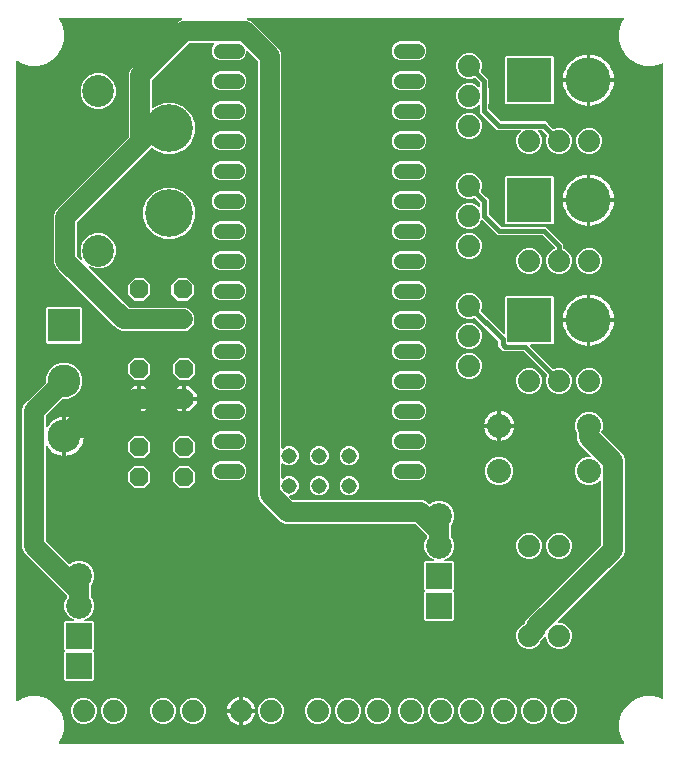
<source format=gbr>
G04 EAGLE Gerber RS-274X export*
G75*
%MOMM*%
%FSLAX34Y34*%
%LPD*%
%INTop Copper*%
%IPPOS*%
%AMOC8*
5,1,8,0,0,1.08239X$1,22.5*%
G01*
%ADD10C,1.879600*%
%ADD11P,1.732040X8X112.500000*%
%ADD12C,1.308000*%
%ADD13C,1.308000*%
%ADD14R,2.775000X2.775000*%
%ADD15C,2.775000*%
%ADD16R,2.184400X2.184400*%
%ADD17C,2.184400*%
%ADD18C,2.032000*%
%ADD19C,4.050000*%
%ADD20C,2.700000*%
%ADD21C,3.816000*%
%ADD22R,3.816000X3.816000*%
%ADD23C,1.676400*%
%ADD24C,0.406400*%

G36*
X524621Y10176D02*
X524621Y10176D01*
X524716Y10185D01*
X524742Y10196D01*
X524770Y10200D01*
X524854Y10245D01*
X524941Y10283D01*
X524962Y10302D01*
X524987Y10316D01*
X525053Y10385D01*
X525123Y10449D01*
X525137Y10473D01*
X525156Y10494D01*
X525197Y10580D01*
X525243Y10664D01*
X525248Y10691D01*
X525260Y10717D01*
X525270Y10812D01*
X525288Y10905D01*
X525284Y10933D01*
X525287Y10961D01*
X525267Y11055D01*
X525253Y11149D01*
X525239Y11181D01*
X525235Y11202D01*
X525218Y11230D01*
X525186Y11303D01*
X522654Y15688D01*
X520939Y22088D01*
X520939Y28712D01*
X522654Y35112D01*
X525966Y40849D01*
X530651Y45534D01*
X536388Y48846D01*
X542788Y50561D01*
X549412Y50561D01*
X555812Y48846D01*
X556897Y48219D01*
X556987Y48186D01*
X557073Y48145D01*
X557101Y48142D01*
X557127Y48132D01*
X557223Y48129D01*
X557317Y48118D01*
X557345Y48124D01*
X557373Y48123D01*
X557465Y48150D01*
X557558Y48170D01*
X557582Y48185D01*
X557609Y48193D01*
X557687Y48248D01*
X557769Y48297D01*
X557787Y48318D01*
X557810Y48334D01*
X557867Y48411D01*
X557929Y48484D01*
X557939Y48510D01*
X557956Y48533D01*
X557985Y48623D01*
X558021Y48712D01*
X558025Y48747D01*
X558031Y48767D01*
X558031Y48800D01*
X558039Y48878D01*
X558039Y586122D01*
X558024Y586216D01*
X558015Y586311D01*
X558004Y586336D01*
X558000Y586364D01*
X557955Y586448D01*
X557917Y586536D01*
X557898Y586557D01*
X557884Y586582D01*
X557815Y586647D01*
X557751Y586718D01*
X557727Y586732D01*
X557706Y586751D01*
X557620Y586791D01*
X557536Y586838D01*
X557509Y586843D01*
X557483Y586855D01*
X557388Y586865D01*
X557295Y586883D01*
X557267Y586879D01*
X557239Y586882D01*
X557145Y586862D01*
X557051Y586848D01*
X557019Y586834D01*
X556998Y586830D01*
X556970Y586813D01*
X556897Y586781D01*
X555812Y586154D01*
X549412Y584439D01*
X542788Y584439D01*
X536388Y586154D01*
X530651Y589466D01*
X525966Y594151D01*
X522654Y599888D01*
X520939Y606288D01*
X520939Y612912D01*
X522654Y619312D01*
X525128Y623597D01*
X525162Y623686D01*
X525202Y623773D01*
X525205Y623801D01*
X525215Y623827D01*
X525219Y623923D01*
X525229Y624017D01*
X525223Y624045D01*
X525224Y624073D01*
X525197Y624165D01*
X525177Y624258D01*
X525163Y624282D01*
X525155Y624309D01*
X525100Y624387D01*
X525051Y624469D01*
X525029Y624487D01*
X525013Y624510D01*
X524937Y624567D01*
X524864Y624629D01*
X524838Y624639D01*
X524815Y624656D01*
X524724Y624685D01*
X524636Y624721D01*
X524601Y624725D01*
X524581Y624731D01*
X524548Y624731D01*
X524469Y624739D01*
X206061Y624739D01*
X205965Y624724D01*
X205868Y624714D01*
X205844Y624704D01*
X205818Y624700D01*
X205732Y624654D01*
X205643Y624614D01*
X205624Y624597D01*
X205601Y624584D01*
X205534Y624514D01*
X205462Y624448D01*
X205449Y624425D01*
X205431Y624406D01*
X205390Y624318D01*
X205343Y624232D01*
X205339Y624207D01*
X205328Y624183D01*
X205317Y624086D01*
X205300Y623990D01*
X205304Y623964D01*
X205301Y623939D01*
X205321Y623843D01*
X205336Y623747D01*
X205347Y623724D01*
X205353Y623698D01*
X205403Y623615D01*
X205447Y623528D01*
X205466Y623509D01*
X205479Y623487D01*
X205553Y623424D01*
X205623Y623356D01*
X205651Y623340D01*
X205666Y623327D01*
X205697Y623315D01*
X205770Y623275D01*
X209464Y621745D01*
X212358Y618851D01*
X230359Y600850D01*
X233253Y597956D01*
X234761Y594315D01*
X234761Y260704D01*
X234772Y260633D01*
X234774Y260561D01*
X234792Y260512D01*
X234800Y260461D01*
X234834Y260398D01*
X234859Y260330D01*
X234891Y260290D01*
X234916Y260244D01*
X234968Y260194D01*
X235012Y260138D01*
X235056Y260110D01*
X235094Y260074D01*
X235159Y260044D01*
X235219Y260005D01*
X235270Y259993D01*
X235317Y259971D01*
X235388Y259963D01*
X235458Y259945D01*
X235510Y259949D01*
X235561Y259944D01*
X235632Y259959D01*
X235703Y259964D01*
X235751Y259985D01*
X235802Y259996D01*
X235863Y260033D01*
X235929Y260061D01*
X235985Y260105D01*
X236013Y260122D01*
X236028Y260140D01*
X236060Y260165D01*
X236732Y260837D01*
X239696Y262065D01*
X242904Y262065D01*
X245868Y260837D01*
X248137Y258568D01*
X249365Y255604D01*
X249365Y252396D01*
X248137Y249432D01*
X245868Y247163D01*
X242904Y245935D01*
X239696Y245935D01*
X236732Y247163D01*
X236060Y247835D01*
X236002Y247876D01*
X235950Y247926D01*
X235903Y247948D01*
X235861Y247978D01*
X235792Y247999D01*
X235727Y248029D01*
X235675Y248035D01*
X235625Y248050D01*
X235554Y248049D01*
X235483Y248056D01*
X235432Y248045D01*
X235380Y248044D01*
X235312Y248019D01*
X235242Y248004D01*
X235197Y247977D01*
X235149Y247960D01*
X235093Y247915D01*
X235031Y247878D01*
X234997Y247838D01*
X234957Y247806D01*
X234918Y247746D01*
X234871Y247691D01*
X234852Y247643D01*
X234824Y247599D01*
X234806Y247529D01*
X234779Y247463D01*
X234771Y247392D01*
X234763Y247360D01*
X234765Y247337D01*
X234761Y247296D01*
X234761Y235304D01*
X234772Y235233D01*
X234774Y235161D01*
X234792Y235112D01*
X234800Y235061D01*
X234834Y234998D01*
X234859Y234930D01*
X234891Y234890D01*
X234916Y234844D01*
X234968Y234794D01*
X235012Y234738D01*
X235056Y234710D01*
X235094Y234674D01*
X235159Y234644D01*
X235219Y234605D01*
X235270Y234593D01*
X235317Y234571D01*
X235388Y234563D01*
X235458Y234545D01*
X235510Y234549D01*
X235561Y234544D01*
X235632Y234559D01*
X235703Y234564D01*
X235751Y234585D01*
X235802Y234596D01*
X235863Y234633D01*
X235929Y234661D01*
X235985Y234705D01*
X236013Y234722D01*
X236028Y234740D01*
X236060Y234765D01*
X236732Y235437D01*
X239696Y236665D01*
X242904Y236665D01*
X245868Y235437D01*
X248137Y233168D01*
X249365Y230204D01*
X249365Y226996D01*
X248137Y224032D01*
X245868Y221763D01*
X242904Y220535D01*
X241955Y220535D01*
X241884Y220524D01*
X241812Y220522D01*
X241763Y220504D01*
X241712Y220496D01*
X241648Y220462D01*
X241581Y220437D01*
X241540Y220405D01*
X241494Y220380D01*
X241445Y220328D01*
X241389Y220284D01*
X241361Y220240D01*
X241325Y220202D01*
X241295Y220137D01*
X241256Y220077D01*
X241243Y220026D01*
X241221Y219979D01*
X241214Y219908D01*
X241196Y219838D01*
X241200Y219786D01*
X241194Y219735D01*
X241210Y219664D01*
X241215Y219593D01*
X241236Y219545D01*
X241247Y219494D01*
X241283Y219433D01*
X241311Y219367D01*
X241356Y219311D01*
X241373Y219283D01*
X241391Y219268D01*
X241416Y219236D01*
X243956Y216696D01*
X244030Y216643D01*
X244100Y216583D01*
X244130Y216571D01*
X244156Y216552D01*
X244243Y216525D01*
X244328Y216491D01*
X244369Y216487D01*
X244391Y216480D01*
X244423Y216481D01*
X244495Y216473D01*
X354205Y216473D01*
X357846Y214965D01*
X359616Y213195D01*
X359632Y213183D01*
X359644Y213167D01*
X359732Y213111D01*
X359815Y213051D01*
X359834Y213045D01*
X359851Y213034D01*
X359952Y213009D01*
X360050Y212979D01*
X360070Y212979D01*
X360090Y212974D01*
X360193Y212982D01*
X360296Y212985D01*
X360315Y212992D01*
X360335Y212993D01*
X360430Y213034D01*
X360527Y213069D01*
X360543Y213082D01*
X360561Y213090D01*
X360692Y213195D01*
X361250Y213752D01*
X365824Y215647D01*
X370776Y215647D01*
X375351Y213752D01*
X378852Y210251D01*
X380747Y205676D01*
X380747Y200724D01*
X378852Y196150D01*
X378430Y195727D01*
X378376Y195653D01*
X378317Y195584D01*
X378305Y195554D01*
X378286Y195528D01*
X378259Y195441D01*
X378225Y195356D01*
X378221Y195315D01*
X378214Y195293D01*
X378215Y195260D01*
X378207Y195189D01*
X378207Y185811D01*
X378221Y185721D01*
X378229Y185630D01*
X378241Y185600D01*
X378246Y185568D01*
X378289Y185488D01*
X378325Y185404D01*
X378351Y185371D01*
X378362Y185351D01*
X378385Y185329D01*
X378430Y185273D01*
X378852Y184850D01*
X380747Y180276D01*
X380747Y175324D01*
X378852Y170749D01*
X375351Y167248D01*
X373089Y166311D01*
X373006Y166260D01*
X372920Y166214D01*
X372902Y166196D01*
X372880Y166182D01*
X372817Y166106D01*
X372750Y166036D01*
X372739Y166012D01*
X372723Y165992D01*
X372688Y165901D01*
X372647Y165813D01*
X372644Y165787D01*
X372635Y165763D01*
X372630Y165665D01*
X372620Y165569D01*
X372625Y165543D01*
X372624Y165517D01*
X372651Y165423D01*
X372672Y165328D01*
X372685Y165306D01*
X372693Y165281D01*
X372748Y165201D01*
X372798Y165117D01*
X372818Y165100D01*
X372833Y165079D01*
X372911Y165020D01*
X372985Y164957D01*
X373009Y164947D01*
X373030Y164932D01*
X373123Y164902D01*
X373213Y164865D01*
X373246Y164862D01*
X373264Y164856D01*
X373297Y164856D01*
X373380Y164847D01*
X379854Y164847D01*
X380747Y163954D01*
X380747Y140846D01*
X380139Y140238D01*
X380127Y140222D01*
X380111Y140210D01*
X380055Y140122D01*
X379995Y140039D01*
X379989Y140020D01*
X379978Y140003D01*
X379953Y139902D01*
X379923Y139803D01*
X379923Y139784D01*
X379918Y139764D01*
X379926Y139661D01*
X379929Y139558D01*
X379936Y139539D01*
X379937Y139519D01*
X379978Y139424D01*
X380013Y139327D01*
X380026Y139311D01*
X380034Y139293D01*
X380139Y139162D01*
X380747Y138554D01*
X380747Y115446D01*
X379854Y114553D01*
X356746Y114553D01*
X355853Y115446D01*
X355853Y138554D01*
X356461Y139162D01*
X356473Y139178D01*
X356489Y139190D01*
X356545Y139278D01*
X356605Y139361D01*
X356611Y139380D01*
X356622Y139397D01*
X356647Y139498D01*
X356677Y139597D01*
X356677Y139616D01*
X356682Y139636D01*
X356674Y139739D01*
X356671Y139842D01*
X356664Y139861D01*
X356663Y139881D01*
X356622Y139976D01*
X356587Y140073D01*
X356574Y140089D01*
X356566Y140107D01*
X356461Y140238D01*
X355853Y140846D01*
X355853Y163954D01*
X356746Y164847D01*
X363220Y164847D01*
X363316Y164862D01*
X363413Y164872D01*
X363437Y164882D01*
X363463Y164886D01*
X363549Y164932D01*
X363638Y164972D01*
X363657Y164989D01*
X363680Y165002D01*
X363747Y165072D01*
X363819Y165138D01*
X363832Y165161D01*
X363850Y165180D01*
X363891Y165268D01*
X363938Y165354D01*
X363942Y165379D01*
X363953Y165403D01*
X363964Y165500D01*
X363981Y165596D01*
X363977Y165622D01*
X363980Y165647D01*
X363960Y165743D01*
X363945Y165839D01*
X363934Y165862D01*
X363928Y165888D01*
X363878Y165971D01*
X363834Y166058D01*
X363815Y166077D01*
X363802Y166099D01*
X363728Y166162D01*
X363658Y166230D01*
X363630Y166246D01*
X363615Y166259D01*
X363584Y166271D01*
X363511Y166311D01*
X361249Y167248D01*
X357748Y170749D01*
X355853Y175324D01*
X355853Y180276D01*
X357748Y184850D01*
X358170Y185273D01*
X358224Y185347D01*
X358283Y185416D01*
X358295Y185446D01*
X358314Y185472D01*
X358341Y185559D01*
X358375Y185644D01*
X358379Y185685D01*
X358386Y185707D01*
X358385Y185740D01*
X358393Y185811D01*
X358393Y186081D01*
X358379Y186171D01*
X358371Y186262D01*
X358359Y186292D01*
X358354Y186324D01*
X358311Y186405D01*
X358275Y186489D01*
X358249Y186521D01*
X358238Y186541D01*
X358215Y186564D01*
X358170Y186619D01*
X348353Y196436D01*
X348280Y196489D01*
X348210Y196549D01*
X348180Y196561D01*
X348154Y196580D01*
X348067Y196607D01*
X347982Y196641D01*
X347941Y196645D01*
X347919Y196652D01*
X347886Y196651D01*
X347815Y196659D01*
X238105Y196659D01*
X234464Y198167D01*
X216455Y216176D01*
X214947Y219817D01*
X214947Y587925D01*
X214933Y588015D01*
X214925Y588106D01*
X214913Y588136D01*
X214908Y588168D01*
X214865Y588249D01*
X214829Y588333D01*
X214803Y588365D01*
X214792Y588385D01*
X214769Y588408D01*
X214746Y588437D01*
X214744Y588440D01*
X214741Y588443D01*
X214724Y588464D01*
X206404Y596784D01*
X206346Y596826D01*
X206294Y596875D01*
X206247Y596897D01*
X206205Y596927D01*
X206136Y596948D01*
X206071Y596979D01*
X206019Y596984D01*
X205969Y597000D01*
X205898Y596998D01*
X205827Y597006D01*
X205776Y596995D01*
X205724Y596993D01*
X205656Y596969D01*
X205586Y596953D01*
X205541Y596927D01*
X205493Y596909D01*
X205437Y596864D01*
X205375Y596827D01*
X205341Y596788D01*
X205301Y596755D01*
X205262Y596695D01*
X205215Y596640D01*
X205196Y596592D01*
X205168Y596548D01*
X205150Y596479D01*
X205123Y596412D01*
X205115Y596341D01*
X205107Y596310D01*
X205109Y596286D01*
X205105Y596245D01*
X205105Y595296D01*
X203877Y592332D01*
X201608Y590063D01*
X198644Y588835D01*
X182356Y588835D01*
X179392Y590063D01*
X177123Y592332D01*
X175895Y595296D01*
X175895Y598504D01*
X177123Y601468D01*
X177795Y602140D01*
X177836Y602198D01*
X177886Y602250D01*
X177908Y602297D01*
X177938Y602339D01*
X177959Y602408D01*
X177989Y602473D01*
X177995Y602525D01*
X178010Y602575D01*
X178009Y602646D01*
X178016Y602717D01*
X178005Y602768D01*
X178004Y602820D01*
X177979Y602888D01*
X177964Y602958D01*
X177937Y603003D01*
X177920Y603051D01*
X177875Y603107D01*
X177838Y603169D01*
X177798Y603203D01*
X177766Y603243D01*
X177706Y603282D01*
X177651Y603329D01*
X177603Y603348D01*
X177559Y603376D01*
X177489Y603394D01*
X177423Y603421D01*
X177352Y603429D01*
X177320Y603437D01*
X177297Y603435D01*
X177256Y603439D01*
X156819Y603439D01*
X156729Y603425D01*
X156638Y603417D01*
X156608Y603405D01*
X156576Y603400D01*
X156495Y603357D01*
X156412Y603321D01*
X156379Y603295D01*
X156359Y603284D01*
X156337Y603261D01*
X156281Y603216D01*
X125480Y572415D01*
X125427Y572342D01*
X125367Y572272D01*
X125355Y572242D01*
X125336Y572216D01*
X125309Y572129D01*
X125275Y572044D01*
X125271Y572003D01*
X125264Y571981D01*
X125265Y571948D01*
X125257Y571877D01*
X125257Y549489D01*
X125268Y549418D01*
X125270Y549346D01*
X125288Y549297D01*
X125296Y549246D01*
X125330Y549183D01*
X125355Y549115D01*
X125387Y549075D01*
X125412Y549029D01*
X125464Y548979D01*
X125508Y548923D01*
X125552Y548895D01*
X125590Y548859D01*
X125655Y548829D01*
X125715Y548790D01*
X125766Y548777D01*
X125813Y548756D01*
X125884Y548748D01*
X125954Y548730D01*
X126006Y548734D01*
X126057Y548728D01*
X126128Y548744D01*
X126199Y548749D01*
X126247Y548770D01*
X126298Y548781D01*
X126359Y548817D01*
X126425Y548846D01*
X126481Y548890D01*
X126509Y548907D01*
X126524Y548925D01*
X126556Y548950D01*
X127366Y549760D01*
X135369Y553075D01*
X144031Y553075D01*
X152034Y549760D01*
X158160Y543634D01*
X161475Y535631D01*
X161475Y526969D01*
X158160Y518966D01*
X152034Y512840D01*
X144031Y509525D01*
X135369Y509525D01*
X127366Y512840D01*
X125496Y514710D01*
X125480Y514721D01*
X125468Y514737D01*
X125381Y514793D01*
X125297Y514853D01*
X125278Y514859D01*
X125261Y514870D01*
X125160Y514895D01*
X125062Y514925D01*
X125042Y514925D01*
X125022Y514930D01*
X124919Y514922D01*
X124816Y514919D01*
X124797Y514912D01*
X124777Y514911D01*
X124682Y514870D01*
X124585Y514835D01*
X124569Y514822D01*
X124551Y514814D01*
X124420Y514710D01*
X120855Y511145D01*
X120855Y511144D01*
X61980Y452269D01*
X61927Y452196D01*
X61867Y452126D01*
X61855Y452096D01*
X61836Y452070D01*
X61809Y451983D01*
X61775Y451898D01*
X61771Y451857D01*
X61764Y451835D01*
X61765Y451802D01*
X61757Y451731D01*
X61757Y423739D01*
X61771Y423649D01*
X61779Y423558D01*
X61791Y423528D01*
X61796Y423496D01*
X61839Y423415D01*
X61875Y423331D01*
X61901Y423299D01*
X61912Y423279D01*
X61935Y423256D01*
X61980Y423201D01*
X65014Y420166D01*
X65093Y420109D01*
X65168Y420047D01*
X65193Y420038D01*
X65214Y420022D01*
X65307Y419994D01*
X65398Y419959D01*
X65424Y419958D01*
X65449Y419950D01*
X65546Y419953D01*
X65644Y419948D01*
X65669Y419956D01*
X65695Y419956D01*
X65787Y419990D01*
X65880Y420017D01*
X65901Y420032D01*
X65926Y420041D01*
X66002Y420102D01*
X66082Y420157D01*
X66098Y420178D01*
X66118Y420195D01*
X66171Y420276D01*
X66229Y420355D01*
X66237Y420379D01*
X66251Y420401D01*
X66275Y420496D01*
X66305Y420588D01*
X66305Y420615D01*
X66311Y420640D01*
X66304Y420737D01*
X66303Y420834D01*
X66293Y420866D01*
X66292Y420885D01*
X66279Y420915D01*
X66256Y420996D01*
X64675Y424811D01*
X64675Y430789D01*
X66963Y436311D01*
X71189Y440537D01*
X76711Y442825D01*
X82689Y442825D01*
X88211Y440537D01*
X92437Y436311D01*
X94725Y430789D01*
X94725Y424811D01*
X92437Y419289D01*
X88211Y415063D01*
X82689Y412775D01*
X76711Y412775D01*
X72896Y414356D01*
X72801Y414378D01*
X72708Y414407D01*
X72681Y414406D01*
X72656Y414412D01*
X72559Y414403D01*
X72462Y414400D01*
X72437Y414391D01*
X72411Y414389D01*
X72322Y414349D01*
X72231Y414316D01*
X72210Y414300D01*
X72186Y414289D01*
X72115Y414223D01*
X72039Y414162D01*
X72025Y414140D01*
X72005Y414123D01*
X71958Y414037D01*
X71906Y413955D01*
X71899Y413930D01*
X71887Y413907D01*
X71869Y413811D01*
X71846Y413717D01*
X71848Y413691D01*
X71843Y413665D01*
X71857Y413568D01*
X71865Y413472D01*
X71875Y413448D01*
X71879Y413422D01*
X71923Y413335D01*
X71961Y413245D01*
X71981Y413220D01*
X71990Y413202D01*
X72014Y413179D01*
X72066Y413114D01*
X105481Y379700D01*
X105554Y379647D01*
X105624Y379587D01*
X105654Y379575D01*
X105680Y379556D01*
X105767Y379529D01*
X105852Y379495D01*
X105893Y379491D01*
X105915Y379484D01*
X105948Y379485D01*
X106019Y379477D01*
X153101Y379477D01*
X153880Y379154D01*
X153944Y379139D01*
X154005Y379114D01*
X154088Y379105D01*
X154120Y379098D01*
X154139Y379099D01*
X154172Y379096D01*
X155076Y379096D01*
X155715Y378457D01*
X155768Y378418D01*
X155815Y378372D01*
X155888Y378332D01*
X155915Y378313D01*
X155933Y378307D01*
X155962Y378292D01*
X156742Y377969D01*
X159529Y375182D01*
X159852Y374402D01*
X159886Y374346D01*
X159912Y374286D01*
X159964Y374221D01*
X159981Y374193D01*
X159996Y374180D01*
X160017Y374155D01*
X160656Y373516D01*
X160656Y372612D01*
X160666Y372547D01*
X160667Y372482D01*
X160690Y372402D01*
X160695Y372369D01*
X160705Y372352D01*
X160714Y372320D01*
X161037Y371541D01*
X161037Y367599D01*
X160714Y366820D01*
X160699Y366756D01*
X160674Y366695D01*
X160665Y366612D01*
X160658Y366580D01*
X160659Y366561D01*
X160656Y366528D01*
X160656Y365624D01*
X160017Y364985D01*
X159978Y364932D01*
X159932Y364885D01*
X159892Y364812D01*
X159873Y364785D01*
X159867Y364767D01*
X159852Y364738D01*
X159529Y363958D01*
X156742Y361171D01*
X155962Y360848D01*
X155906Y360814D01*
X155846Y360788D01*
X155781Y360736D01*
X155753Y360719D01*
X155740Y360704D01*
X155715Y360683D01*
X155076Y360044D01*
X154172Y360044D01*
X154107Y360034D01*
X154042Y360033D01*
X153962Y360010D01*
X153929Y360005D01*
X153912Y359995D01*
X153880Y359986D01*
X153101Y359663D01*
X99629Y359663D01*
X95988Y361171D01*
X93095Y364065D01*
X93094Y364065D01*
X46345Y410814D01*
X43451Y413708D01*
X41943Y417349D01*
X41943Y458121D01*
X43451Y461762D01*
X46345Y464655D01*
X46345Y464656D01*
X105220Y523531D01*
X105273Y523604D01*
X105333Y523674D01*
X105345Y523704D01*
X105364Y523730D01*
X105391Y523817D01*
X105425Y523902D01*
X105429Y523943D01*
X105436Y523965D01*
X105435Y523998D01*
X105443Y524069D01*
X105443Y578267D01*
X106951Y581908D01*
X146788Y621745D01*
X150483Y623275D01*
X150566Y623326D01*
X150651Y623372D01*
X150669Y623390D01*
X150692Y623404D01*
X150754Y623480D01*
X150821Y623550D01*
X150832Y623574D01*
X150848Y623594D01*
X150883Y623685D01*
X150924Y623773D01*
X150927Y623799D01*
X150937Y623823D01*
X150941Y623921D01*
X150951Y624017D01*
X150946Y624043D01*
X150947Y624069D01*
X150920Y624163D01*
X150899Y624258D01*
X150886Y624280D01*
X150878Y624305D01*
X150823Y624385D01*
X150773Y624469D01*
X150753Y624486D01*
X150738Y624507D01*
X150660Y624566D01*
X150586Y624629D01*
X150562Y624639D01*
X150541Y624654D01*
X150448Y624684D01*
X150358Y624721D01*
X150325Y624724D01*
X150307Y624730D01*
X150274Y624730D01*
X150191Y624739D01*
X47031Y624739D01*
X46937Y624724D01*
X46842Y624715D01*
X46816Y624704D01*
X46788Y624700D01*
X46704Y624655D01*
X46617Y624617D01*
X46596Y624598D01*
X46571Y624584D01*
X46505Y624515D01*
X46435Y624451D01*
X46421Y624427D01*
X46401Y624406D01*
X46361Y624320D01*
X46315Y624236D01*
X46310Y624209D01*
X46298Y624183D01*
X46287Y624088D01*
X46270Y623995D01*
X46274Y623967D01*
X46271Y623939D01*
X46291Y623845D01*
X46304Y623751D01*
X46319Y623719D01*
X46323Y623698D01*
X46340Y623670D01*
X46372Y623597D01*
X48846Y619312D01*
X50561Y612912D01*
X50561Y606288D01*
X48846Y599888D01*
X45534Y594151D01*
X40849Y589466D01*
X35112Y586154D01*
X28712Y584439D01*
X22088Y584439D01*
X15688Y586154D01*
X11303Y588686D01*
X11214Y588720D01*
X11127Y588760D01*
X11099Y588763D01*
X11073Y588773D01*
X10977Y588777D01*
X10883Y588787D01*
X10855Y588781D01*
X10827Y588782D01*
X10735Y588755D01*
X10642Y588735D01*
X10618Y588720D01*
X10591Y588712D01*
X10513Y588657D01*
X10431Y588609D01*
X10413Y588587D01*
X10390Y588571D01*
X10333Y588494D01*
X10271Y588422D01*
X10261Y588395D01*
X10244Y588373D01*
X10215Y588282D01*
X10179Y588194D01*
X10175Y588158D01*
X10169Y588138D01*
X10169Y588106D01*
X10161Y588027D01*
X10161Y46973D01*
X10176Y46879D01*
X10185Y46784D01*
X10196Y46758D01*
X10200Y46730D01*
X10245Y46646D01*
X10283Y46559D01*
X10302Y46538D01*
X10316Y46513D01*
X10385Y46447D01*
X10449Y46377D01*
X10473Y46363D01*
X10494Y46344D01*
X10580Y46303D01*
X10664Y46257D01*
X10691Y46252D01*
X10717Y46240D01*
X10812Y46230D01*
X10905Y46212D01*
X10933Y46216D01*
X10961Y46213D01*
X11055Y46233D01*
X11149Y46247D01*
X11181Y46261D01*
X11202Y46265D01*
X11230Y46282D01*
X11303Y46314D01*
X15688Y48846D01*
X22088Y50561D01*
X28712Y50561D01*
X35112Y48846D01*
X40849Y45534D01*
X45534Y40849D01*
X48846Y35112D01*
X50561Y28712D01*
X50561Y22088D01*
X48846Y15688D01*
X46314Y11303D01*
X46280Y11214D01*
X46240Y11127D01*
X46237Y11099D01*
X46227Y11073D01*
X46223Y10977D01*
X46213Y10883D01*
X46219Y10855D01*
X46218Y10827D01*
X46245Y10735D01*
X46265Y10642D01*
X46280Y10618D01*
X46288Y10591D01*
X46343Y10513D01*
X46391Y10431D01*
X46413Y10413D01*
X46429Y10390D01*
X46506Y10333D01*
X46578Y10271D01*
X46605Y10261D01*
X46627Y10244D01*
X46718Y10215D01*
X46806Y10179D01*
X46842Y10175D01*
X46862Y10169D01*
X46894Y10169D01*
X46973Y10161D01*
X524527Y10161D01*
X524621Y10176D01*
G37*
%LPC*%
G36*
X51946Y63753D02*
X51946Y63753D01*
X51053Y64646D01*
X51053Y87754D01*
X51661Y88362D01*
X51673Y88378D01*
X51689Y88390D01*
X51745Y88478D01*
X51805Y88561D01*
X51811Y88580D01*
X51822Y88597D01*
X51847Y88698D01*
X51877Y88797D01*
X51877Y88816D01*
X51882Y88836D01*
X51874Y88939D01*
X51871Y89042D01*
X51864Y89061D01*
X51863Y89081D01*
X51822Y89176D01*
X51787Y89273D01*
X51774Y89289D01*
X51766Y89307D01*
X51661Y89438D01*
X51053Y90046D01*
X51053Y113154D01*
X51946Y114047D01*
X58420Y114047D01*
X58516Y114062D01*
X58613Y114072D01*
X58637Y114082D01*
X58663Y114086D01*
X58749Y114132D01*
X58838Y114172D01*
X58857Y114189D01*
X58880Y114202D01*
X58947Y114272D01*
X59019Y114338D01*
X59032Y114361D01*
X59050Y114380D01*
X59091Y114468D01*
X59138Y114554D01*
X59142Y114579D01*
X59153Y114603D01*
X59164Y114700D01*
X59181Y114796D01*
X59177Y114822D01*
X59180Y114847D01*
X59160Y114943D01*
X59145Y115039D01*
X59134Y115062D01*
X59128Y115088D01*
X59078Y115171D01*
X59034Y115258D01*
X59015Y115277D01*
X59002Y115299D01*
X58928Y115362D01*
X58858Y115430D01*
X58830Y115446D01*
X58815Y115459D01*
X58784Y115471D01*
X58711Y115511D01*
X56449Y116448D01*
X52948Y119949D01*
X51053Y124524D01*
X51053Y129476D01*
X52948Y134050D01*
X53370Y134473D01*
X53413Y134532D01*
X53456Y134578D01*
X53464Y134594D01*
X53483Y134616D01*
X53495Y134646D01*
X53514Y134672D01*
X53540Y134759D01*
X53560Y134801D01*
X53561Y134810D01*
X53575Y134844D01*
X53579Y134885D01*
X53586Y134907D01*
X53585Y134940D01*
X53593Y135011D01*
X53593Y135281D01*
X53579Y135371D01*
X53571Y135462D01*
X53559Y135492D01*
X53554Y135524D01*
X53511Y135605D01*
X53475Y135688D01*
X53449Y135721D01*
X53438Y135741D01*
X53415Y135763D01*
X53370Y135819D01*
X17001Y172188D01*
X15493Y175829D01*
X15493Y294071D01*
X17001Y297712D01*
X19895Y300606D01*
X35177Y315888D01*
X35230Y315961D01*
X35290Y316031D01*
X35302Y316061D01*
X35321Y316087D01*
X35348Y316174D01*
X35382Y316259D01*
X35386Y316300D01*
X35393Y316322D01*
X35392Y316355D01*
X35400Y316426D01*
X35400Y320563D01*
X37745Y326223D01*
X42077Y330555D01*
X47737Y332900D01*
X53863Y332900D01*
X59523Y330555D01*
X63855Y326223D01*
X66200Y320563D01*
X66200Y314437D01*
X63855Y308777D01*
X59523Y304445D01*
X53863Y302100D01*
X49726Y302100D01*
X49636Y302086D01*
X49545Y302078D01*
X49515Y302066D01*
X49483Y302061D01*
X49402Y302018D01*
X49318Y301982D01*
X49286Y301956D01*
X49266Y301945D01*
X49243Y301922D01*
X49188Y301877D01*
X35530Y288219D01*
X35477Y288146D01*
X35417Y288076D01*
X35405Y288046D01*
X35386Y288020D01*
X35359Y287933D01*
X35325Y287848D01*
X35321Y287807D01*
X35314Y287785D01*
X35315Y287752D01*
X35307Y287681D01*
X35307Y279337D01*
X35314Y279290D01*
X35313Y279242D01*
X35334Y279169D01*
X35346Y279095D01*
X35369Y279052D01*
X35383Y279006D01*
X35426Y278944D01*
X35462Y278877D01*
X35496Y278844D01*
X35524Y278805D01*
X35585Y278760D01*
X35640Y278708D01*
X35683Y278688D01*
X35722Y278659D01*
X35794Y278636D01*
X35863Y278604D01*
X35911Y278599D01*
X35956Y278584D01*
X36032Y278585D01*
X36107Y278577D01*
X36154Y278587D01*
X36202Y278588D01*
X36274Y278613D01*
X36348Y278629D01*
X36389Y278654D01*
X36434Y278670D01*
X36494Y278717D01*
X36559Y278756D01*
X36590Y278792D01*
X36628Y278822D01*
X36704Y278925D01*
X36719Y278942D01*
X36721Y278949D01*
X36727Y278957D01*
X37121Y279640D01*
X38432Y281347D01*
X39953Y282868D01*
X41660Y284179D01*
X43524Y285254D01*
X45512Y286078D01*
X47590Y286635D01*
X49277Y286857D01*
X49277Y271262D01*
X49280Y271245D01*
X49278Y271230D01*
X49278Y271228D01*
X49278Y271223D01*
X49300Y271121D01*
X49317Y271019D01*
X49326Y271002D01*
X49330Y270982D01*
X49383Y270893D01*
X49432Y270802D01*
X49446Y270788D01*
X49456Y270771D01*
X49535Y270704D01*
X49610Y270633D01*
X49628Y270624D01*
X49643Y270611D01*
X49739Y270573D01*
X49833Y270529D01*
X49853Y270527D01*
X49871Y270519D01*
X50038Y270501D01*
X50801Y270501D01*
X50801Y270499D01*
X50038Y270499D01*
X50018Y270496D01*
X49999Y270498D01*
X49897Y270476D01*
X49795Y270459D01*
X49778Y270450D01*
X49758Y270446D01*
X49669Y270393D01*
X49578Y270344D01*
X49564Y270330D01*
X49547Y270320D01*
X49480Y270241D01*
X49409Y270166D01*
X49400Y270148D01*
X49387Y270133D01*
X49348Y270037D01*
X49305Y269943D01*
X49303Y269923D01*
X49295Y269905D01*
X49277Y269738D01*
X49277Y254143D01*
X47590Y254365D01*
X45512Y254922D01*
X43524Y255746D01*
X41660Y256821D01*
X39953Y258132D01*
X38432Y259653D01*
X37121Y261360D01*
X36727Y262043D01*
X36697Y262080D01*
X36674Y262123D01*
X36620Y262175D01*
X36571Y262234D01*
X36531Y262259D01*
X36496Y262292D01*
X36427Y262324D01*
X36363Y262364D01*
X36317Y262376D01*
X36273Y262396D01*
X36198Y262404D01*
X36124Y262422D01*
X36076Y262418D01*
X36029Y262423D01*
X35954Y262407D01*
X35879Y262400D01*
X35835Y262381D01*
X35788Y262371D01*
X35723Y262332D01*
X35654Y262301D01*
X35618Y262269D01*
X35577Y262244D01*
X35528Y262187D01*
X35472Y262136D01*
X35448Y262094D01*
X35417Y262058D01*
X35389Y261987D01*
X35352Y261921D01*
X35343Y261874D01*
X35325Y261829D01*
X35311Y261701D01*
X35307Y261679D01*
X35308Y261673D01*
X35307Y261663D01*
X35307Y182219D01*
X35321Y182129D01*
X35329Y182038D01*
X35341Y182008D01*
X35346Y181976D01*
X35389Y181895D01*
X35425Y181812D01*
X35451Y181779D01*
X35462Y181759D01*
X35485Y181737D01*
X35494Y181725D01*
X35502Y181712D01*
X35510Y181706D01*
X35530Y181681D01*
X54816Y162395D01*
X54832Y162383D01*
X54844Y162367D01*
X54932Y162311D01*
X55015Y162251D01*
X55034Y162245D01*
X55051Y162234D01*
X55152Y162209D01*
X55250Y162179D01*
X55270Y162179D01*
X55290Y162174D01*
X55393Y162182D01*
X55496Y162185D01*
X55515Y162192D01*
X55535Y162193D01*
X55630Y162234D01*
X55727Y162269D01*
X55743Y162282D01*
X55761Y162290D01*
X55892Y162395D01*
X56450Y162952D01*
X61024Y164847D01*
X65976Y164847D01*
X70551Y162952D01*
X74052Y159451D01*
X75947Y154876D01*
X75947Y149924D01*
X74052Y145349D01*
X73630Y144927D01*
X73577Y144853D01*
X73517Y144784D01*
X73505Y144754D01*
X73486Y144728D01*
X73459Y144641D01*
X73425Y144556D01*
X73421Y144515D01*
X73414Y144493D01*
X73415Y144460D01*
X73407Y144389D01*
X73407Y135011D01*
X73413Y134970D01*
X73413Y134966D01*
X73417Y134946D01*
X73421Y134921D01*
X73429Y134830D01*
X73441Y134800D01*
X73446Y134768D01*
X73463Y134738D01*
X73465Y134726D01*
X73492Y134682D01*
X73525Y134604D01*
X73551Y134571D01*
X73562Y134551D01*
X73581Y134532D01*
X73591Y134515D01*
X73606Y134503D01*
X73630Y134473D01*
X74052Y134050D01*
X75947Y129476D01*
X75947Y124524D01*
X74052Y119949D01*
X70551Y116448D01*
X68289Y115511D01*
X68206Y115460D01*
X68120Y115414D01*
X68102Y115396D01*
X68080Y115382D01*
X68017Y115306D01*
X67950Y115236D01*
X67939Y115212D01*
X67923Y115192D01*
X67888Y115101D01*
X67847Y115013D01*
X67844Y114987D01*
X67835Y114963D01*
X67830Y114865D01*
X67820Y114769D01*
X67825Y114743D01*
X67824Y114717D01*
X67851Y114623D01*
X67872Y114528D01*
X67885Y114506D01*
X67893Y114481D01*
X67948Y114401D01*
X67998Y114317D01*
X68018Y114300D01*
X68033Y114279D01*
X68111Y114220D01*
X68185Y114157D01*
X68209Y114147D01*
X68230Y114132D01*
X68323Y114102D01*
X68413Y114065D01*
X68446Y114062D01*
X68464Y114056D01*
X68497Y114056D01*
X68580Y114047D01*
X75054Y114047D01*
X75947Y113154D01*
X75947Y90046D01*
X75339Y89438D01*
X75327Y89422D01*
X75311Y89410D01*
X75255Y89322D01*
X75195Y89239D01*
X75189Y89220D01*
X75178Y89203D01*
X75153Y89102D01*
X75123Y89003D01*
X75123Y88984D01*
X75118Y88964D01*
X75126Y88861D01*
X75129Y88758D01*
X75136Y88739D01*
X75137Y88719D01*
X75178Y88624D01*
X75213Y88527D01*
X75226Y88511D01*
X75234Y88493D01*
X75339Y88362D01*
X75947Y87754D01*
X75947Y64646D01*
X75054Y63753D01*
X51946Y63753D01*
G37*
%LPD*%
%LPC*%
G36*
X442327Y90677D02*
X442327Y90677D01*
X438313Y92340D01*
X435240Y95413D01*
X433577Y99427D01*
X433577Y103773D01*
X435240Y107787D01*
X438313Y110860D01*
X440537Y111781D01*
X440614Y111829D01*
X440696Y111870D01*
X440718Y111894D01*
X440746Y111911D01*
X440804Y111981D01*
X440868Y112046D01*
X440888Y112082D01*
X440903Y112100D01*
X440914Y112130D01*
X440949Y112193D01*
X442197Y115208D01*
X505236Y178247D01*
X505289Y178320D01*
X505349Y178390D01*
X505361Y178420D01*
X505380Y178446D01*
X505407Y178533D01*
X505441Y178618D01*
X505445Y178659D01*
X505452Y178681D01*
X505451Y178714D01*
X505459Y178785D01*
X505459Y233097D01*
X505448Y233167D01*
X505446Y233239D01*
X505428Y233288D01*
X505420Y233340D01*
X505386Y233403D01*
X505361Y233470D01*
X505329Y233511D01*
X505304Y233557D01*
X505252Y233606D01*
X505208Y233662D01*
X505164Y233690D01*
X505126Y233726D01*
X505061Y233756D01*
X505001Y233795D01*
X504950Y233808D01*
X504903Y233830D01*
X504832Y233838D01*
X504762Y233855D01*
X504710Y233851D01*
X504659Y233857D01*
X504588Y233842D01*
X504517Y233836D01*
X504469Y233816D01*
X504418Y233805D01*
X504357Y233768D01*
X504291Y233740D01*
X504235Y233695D01*
X504207Y233679D01*
X504192Y233661D01*
X504160Y233635D01*
X501919Y231394D01*
X497624Y229615D01*
X492976Y229615D01*
X488681Y231394D01*
X485394Y234681D01*
X483615Y238976D01*
X483615Y243624D01*
X485394Y247919D01*
X488681Y251206D01*
X492976Y252985D01*
X496145Y252985D01*
X496216Y252996D01*
X496287Y252998D01*
X496336Y253016D01*
X496388Y253024D01*
X496451Y253058D01*
X496518Y253083D01*
X496559Y253115D01*
X496605Y253140D01*
X496654Y253192D01*
X496710Y253236D01*
X496739Y253280D01*
X496774Y253318D01*
X496805Y253383D01*
X496843Y253443D01*
X496856Y253494D01*
X496878Y253541D01*
X496886Y253612D01*
X496903Y253682D01*
X496899Y253734D01*
X496905Y253785D01*
X496890Y253856D01*
X496884Y253927D01*
X496864Y253975D01*
X496853Y254026D01*
X496816Y254087D01*
X496788Y254153D01*
X496743Y254209D01*
X496727Y254237D01*
X496714Y254247D01*
X496712Y254252D01*
X496704Y254259D01*
X496683Y254284D01*
X486901Y264066D01*
X485393Y267707D01*
X485393Y272632D01*
X485383Y272697D01*
X485382Y272762D01*
X485359Y272842D01*
X485354Y272875D01*
X485344Y272892D01*
X485335Y272923D01*
X483615Y277076D01*
X483615Y281724D01*
X485394Y286019D01*
X488681Y289306D01*
X492976Y291085D01*
X497624Y291085D01*
X501919Y289306D01*
X505206Y286019D01*
X506985Y281724D01*
X506985Y277076D01*
X505694Y273959D01*
X505667Y273845D01*
X505638Y273732D01*
X505639Y273725D01*
X505637Y273719D01*
X505648Y273603D01*
X505658Y273486D01*
X505660Y273481D01*
X505661Y273474D01*
X505708Y273367D01*
X505754Y273260D01*
X505758Y273254D01*
X505761Y273250D01*
X505773Y273236D01*
X505859Y273129D01*
X520871Y258117D01*
X523765Y255223D01*
X525273Y251582D01*
X525273Y172395D01*
X523765Y168754D01*
X468832Y113822D01*
X468791Y113764D01*
X468741Y113712D01*
X468719Y113665D01*
X468689Y113623D01*
X468668Y113554D01*
X468638Y113489D01*
X468632Y113437D01*
X468617Y113387D01*
X468618Y113316D01*
X468611Y113245D01*
X468622Y113194D01*
X468623Y113142D01*
X468648Y113074D01*
X468663Y113004D01*
X468690Y112959D01*
X468707Y112911D01*
X468752Y112855D01*
X468789Y112793D01*
X468829Y112759D01*
X468861Y112719D01*
X468921Y112680D01*
X468976Y112633D01*
X469024Y112614D01*
X469068Y112586D01*
X469137Y112568D01*
X469204Y112541D01*
X469275Y112533D01*
X469307Y112525D01*
X469330Y112527D01*
X469371Y112523D01*
X472073Y112523D01*
X476087Y110860D01*
X479160Y107787D01*
X480823Y103773D01*
X480823Y99427D01*
X479160Y95413D01*
X476087Y92340D01*
X472073Y90677D01*
X467727Y90677D01*
X463713Y92340D01*
X460640Y95413D01*
X458977Y99427D01*
X458977Y100229D01*
X458966Y100300D01*
X458964Y100372D01*
X458946Y100421D01*
X458938Y100472D01*
X458904Y100535D01*
X458879Y100603D01*
X458847Y100643D01*
X458822Y100689D01*
X458771Y100739D01*
X458726Y100795D01*
X458682Y100823D01*
X458644Y100859D01*
X458579Y100889D01*
X458519Y100928D01*
X458468Y100940D01*
X458421Y100962D01*
X458350Y100970D01*
X458280Y100988D01*
X458228Y100984D01*
X458177Y100989D01*
X458106Y100974D01*
X458035Y100969D01*
X457987Y100948D01*
X457936Y100937D01*
X457875Y100900D01*
X457809Y100872D01*
X457753Y100828D01*
X457725Y100811D01*
X457710Y100793D01*
X457678Y100768D01*
X454883Y97973D01*
X454845Y97920D01*
X454799Y97873D01*
X454759Y97800D01*
X454739Y97773D01*
X454734Y97754D01*
X454718Y97726D01*
X453760Y95413D01*
X450687Y92340D01*
X446673Y90677D01*
X442327Y90677D01*
G37*
%LPD*%
%LPC*%
G36*
X467727Y306577D02*
X467727Y306577D01*
X463713Y308240D01*
X460640Y311313D01*
X458977Y315327D01*
X458977Y319673D01*
X459872Y321833D01*
X459899Y321947D01*
X459927Y322060D01*
X459927Y322067D01*
X459928Y322073D01*
X459917Y322189D01*
X459908Y322306D01*
X459906Y322311D01*
X459905Y322318D01*
X459857Y322425D01*
X459812Y322532D01*
X459807Y322538D01*
X459805Y322542D01*
X459793Y322556D01*
X459707Y322663D01*
X439886Y342484D01*
X439812Y342537D01*
X439742Y342597D01*
X439712Y342609D01*
X439686Y342628D01*
X439599Y342655D01*
X439514Y342689D01*
X439473Y342693D01*
X439451Y342700D01*
X439419Y342699D01*
X439347Y342707D01*
X422674Y342707D01*
X418507Y346874D01*
X418507Y350847D01*
X418493Y350938D01*
X418485Y351028D01*
X418473Y351058D01*
X418468Y351090D01*
X418425Y351171D01*
X418389Y351255D01*
X418363Y351287D01*
X418352Y351308D01*
X418329Y351330D01*
X418284Y351386D01*
X398863Y370807D01*
X398768Y370875D01*
X398674Y370945D01*
X398668Y370947D01*
X398663Y370951D01*
X398552Y370985D01*
X398440Y371021D01*
X398434Y371021D01*
X398428Y371023D01*
X398311Y371020D01*
X398194Y371019D01*
X398187Y371017D01*
X398182Y371017D01*
X398165Y371010D01*
X398033Y370972D01*
X395873Y370077D01*
X391527Y370077D01*
X387513Y371740D01*
X384440Y374813D01*
X382777Y378827D01*
X382777Y383173D01*
X384440Y387187D01*
X387513Y390260D01*
X391527Y391923D01*
X395873Y391923D01*
X399887Y390260D01*
X402960Y387187D01*
X404623Y383173D01*
X404623Y378827D01*
X403728Y376667D01*
X403701Y376553D01*
X403673Y376440D01*
X403673Y376433D01*
X403672Y376427D01*
X403683Y376311D01*
X403692Y376194D01*
X403694Y376189D01*
X403695Y376182D01*
X403743Y376075D01*
X403788Y375968D01*
X403793Y375962D01*
X403795Y375958D01*
X403807Y375944D01*
X403893Y375837D01*
X422796Y356934D01*
X422854Y356892D01*
X422906Y356843D01*
X422953Y356821D01*
X422995Y356791D01*
X423064Y356770D01*
X423129Y356739D01*
X423181Y356734D01*
X423231Y356718D01*
X423302Y356720D01*
X423373Y356712D01*
X423424Y356723D01*
X423476Y356725D01*
X423544Y356749D01*
X423614Y356765D01*
X423658Y356791D01*
X423707Y356809D01*
X423763Y356854D01*
X423825Y356891D01*
X423859Y356930D01*
X423899Y356963D01*
X423938Y357023D01*
X423985Y357078D01*
X424004Y357126D01*
X424032Y357170D01*
X424050Y357239D01*
X424077Y357306D01*
X424085Y357377D01*
X424093Y357408D01*
X424091Y357432D01*
X424095Y357473D01*
X424095Y388612D01*
X424988Y389505D01*
X464412Y389505D01*
X465305Y388612D01*
X465305Y349188D01*
X464412Y348295D01*
X445973Y348295D01*
X445902Y348284D01*
X445830Y348282D01*
X445781Y348264D01*
X445730Y348256D01*
X445667Y348222D01*
X445599Y348197D01*
X445558Y348165D01*
X445512Y348140D01*
X445463Y348089D01*
X445407Y348044D01*
X445379Y348000D01*
X445343Y347962D01*
X445313Y347897D01*
X445274Y347837D01*
X445261Y347786D01*
X445239Y347739D01*
X445231Y347668D01*
X445214Y347598D01*
X445218Y347546D01*
X445212Y347495D01*
X445228Y347424D01*
X445233Y347353D01*
X445253Y347305D01*
X445265Y347254D01*
X445301Y347193D01*
X445329Y347127D01*
X445374Y347071D01*
X445391Y347043D01*
X445409Y347028D01*
X445434Y346996D01*
X464737Y327693D01*
X464832Y327625D01*
X464926Y327555D01*
X464932Y327553D01*
X464937Y327549D01*
X465048Y327515D01*
X465160Y327479D01*
X465166Y327479D01*
X465172Y327477D01*
X465289Y327480D01*
X465406Y327481D01*
X465413Y327483D01*
X465418Y327483D01*
X465435Y327490D01*
X465567Y327528D01*
X467727Y328423D01*
X472073Y328423D01*
X476087Y326760D01*
X479160Y323687D01*
X480823Y319673D01*
X480823Y315327D01*
X479160Y311313D01*
X476087Y308240D01*
X472073Y306577D01*
X467727Y306577D01*
G37*
%LPD*%
%LPC*%
G36*
X442327Y509777D02*
X442327Y509777D01*
X438313Y511440D01*
X435240Y514513D01*
X433577Y518527D01*
X433577Y522873D01*
X435240Y526887D01*
X437151Y528798D01*
X437193Y528856D01*
X437242Y528908D01*
X437264Y528955D01*
X437294Y528997D01*
X437315Y529066D01*
X437346Y529131D01*
X437351Y529183D01*
X437367Y529233D01*
X437365Y529304D01*
X437373Y529375D01*
X437362Y529426D01*
X437360Y529478D01*
X437336Y529546D01*
X437320Y529616D01*
X437294Y529661D01*
X437276Y529709D01*
X437231Y529765D01*
X437194Y529827D01*
X437155Y529861D01*
X437122Y529901D01*
X437062Y529940D01*
X437007Y529987D01*
X436959Y530006D01*
X436915Y530034D01*
X436846Y530052D01*
X436779Y530079D01*
X436708Y530087D01*
X436677Y530095D01*
X436653Y530093D01*
X436612Y530097D01*
X421143Y530097D01*
X421052Y530083D01*
X420962Y530075D01*
X420932Y530063D01*
X420900Y530058D01*
X420819Y530015D01*
X420735Y529979D01*
X420703Y529953D01*
X420682Y529942D01*
X420680Y529940D01*
X420660Y529919D01*
X420604Y529874D01*
X420573Y529843D01*
X417627Y529843D01*
X402843Y544627D01*
X402843Y550658D01*
X402841Y550674D01*
X402842Y550688D01*
X402831Y550737D01*
X402830Y550801D01*
X402812Y550850D01*
X402804Y550901D01*
X402790Y550926D01*
X402790Y550928D01*
X402784Y550938D01*
X402770Y550964D01*
X402745Y551032D01*
X402713Y551072D01*
X402688Y551119D01*
X402636Y551168D01*
X402592Y551224D01*
X402548Y551252D01*
X402510Y551288D01*
X402445Y551318D01*
X402385Y551357D01*
X402334Y551370D01*
X402287Y551392D01*
X402216Y551399D01*
X402146Y551417D01*
X402094Y551413D01*
X402043Y551419D01*
X401972Y551403D01*
X401901Y551398D01*
X401853Y551377D01*
X401802Y551366D01*
X401741Y551330D01*
X401675Y551301D01*
X401625Y551262D01*
X401612Y551255D01*
X401607Y551250D01*
X401591Y551240D01*
X401576Y551222D01*
X401544Y551197D01*
X399887Y549540D01*
X395873Y547877D01*
X391527Y547877D01*
X387513Y549540D01*
X384440Y552613D01*
X382777Y556627D01*
X382777Y560973D01*
X384440Y564987D01*
X387513Y568060D01*
X391527Y569723D01*
X395873Y569723D01*
X399887Y568060D01*
X401544Y566403D01*
X401602Y566361D01*
X401654Y566312D01*
X401701Y566290D01*
X401743Y566260D01*
X401812Y566239D01*
X401877Y566208D01*
X401929Y566203D01*
X401979Y566187D01*
X402050Y566189D01*
X402121Y566181D01*
X402172Y566192D01*
X402224Y566194D01*
X402292Y566218D01*
X402362Y566234D01*
X402407Y566260D01*
X402455Y566278D01*
X402511Y566323D01*
X402573Y566360D01*
X402607Y566399D01*
X402647Y566432D01*
X402686Y566492D01*
X402733Y566547D01*
X402752Y566595D01*
X402780Y566639D01*
X402798Y566708D01*
X402825Y566775D01*
X402833Y566846D01*
X402841Y566877D01*
X402839Y566901D01*
X402843Y566942D01*
X402843Y569711D01*
X402842Y569718D01*
X402842Y569719D01*
X402841Y569723D01*
X402829Y569802D01*
X402821Y569892D01*
X402809Y569922D01*
X402804Y569954D01*
X402761Y570035D01*
X402725Y570119D01*
X402699Y570151D01*
X402688Y570172D01*
X402665Y570194D01*
X402620Y570250D01*
X398863Y574007D01*
X398768Y574076D01*
X398674Y574145D01*
X398668Y574147D01*
X398663Y574151D01*
X398551Y574185D01*
X398440Y574221D01*
X398434Y574221D01*
X398428Y574223D01*
X398311Y574220D01*
X398194Y574219D01*
X398187Y574217D01*
X398182Y574217D01*
X398165Y574210D01*
X398033Y574172D01*
X395873Y573277D01*
X391527Y573277D01*
X387513Y574940D01*
X384440Y578013D01*
X382777Y582027D01*
X382777Y586373D01*
X384440Y590387D01*
X387513Y593460D01*
X391527Y595123D01*
X395873Y595123D01*
X399887Y593460D01*
X402960Y590387D01*
X404623Y586373D01*
X404623Y582027D01*
X403728Y579867D01*
X403717Y579822D01*
X403698Y579781D01*
X403690Y579710D01*
X403673Y579640D01*
X403673Y579633D01*
X403672Y579627D01*
X403676Y579581D01*
X403671Y579536D01*
X403686Y579467D01*
X403692Y579394D01*
X403694Y579389D01*
X403695Y579382D01*
X403714Y579340D01*
X403723Y579296D01*
X403759Y579235D01*
X403788Y579168D01*
X403793Y579162D01*
X403795Y579158D01*
X403807Y579144D01*
X403834Y579111D01*
X403849Y579085D01*
X403866Y579070D01*
X403893Y579037D01*
X409957Y572973D01*
X409957Y566208D01*
X409971Y566118D01*
X409979Y566027D01*
X409991Y565998D01*
X409996Y565966D01*
X410039Y565885D01*
X410075Y565801D01*
X410101Y565769D01*
X410112Y565748D01*
X410135Y565726D01*
X410180Y565670D01*
X410211Y565639D01*
X410211Y551961D01*
X410180Y551930D01*
X410135Y551868D01*
X410106Y551838D01*
X410101Y551826D01*
X410067Y551787D01*
X410055Y551756D01*
X410036Y551730D01*
X410009Y551643D01*
X409975Y551558D01*
X409971Y551517D01*
X409964Y551495D01*
X409965Y551463D01*
X409957Y551392D01*
X409957Y547889D01*
X409971Y547798D01*
X409979Y547708D01*
X409991Y547678D01*
X409996Y547646D01*
X410039Y547565D01*
X410075Y547481D01*
X410101Y547449D01*
X410112Y547428D01*
X410135Y547406D01*
X410180Y547350D01*
X420096Y537434D01*
X420170Y537381D01*
X420240Y537321D01*
X420270Y537309D01*
X420296Y537290D01*
X420383Y537263D01*
X420468Y537229D01*
X420509Y537225D01*
X420531Y537218D01*
X420563Y537219D01*
X420635Y537211D01*
X458419Y537211D01*
X460726Y534904D01*
X464737Y530893D01*
X464832Y530825D01*
X464926Y530755D01*
X464932Y530753D01*
X464937Y530749D01*
X465048Y530715D01*
X465160Y530679D01*
X465166Y530679D01*
X465172Y530677D01*
X465289Y530680D01*
X465406Y530681D01*
X465413Y530683D01*
X465418Y530683D01*
X465435Y530690D01*
X465567Y530728D01*
X467727Y531623D01*
X472073Y531623D01*
X476087Y529960D01*
X479160Y526887D01*
X480823Y522873D01*
X480823Y518527D01*
X479160Y514513D01*
X476087Y511440D01*
X472073Y509777D01*
X467727Y509777D01*
X463713Y511440D01*
X460640Y514513D01*
X458977Y518527D01*
X458977Y522873D01*
X459872Y525033D01*
X459899Y525147D01*
X459927Y525260D01*
X459927Y525267D01*
X459928Y525273D01*
X459917Y525389D01*
X459908Y525506D01*
X459906Y525511D01*
X459905Y525518D01*
X459857Y525625D01*
X459812Y525732D01*
X459807Y525738D01*
X459805Y525742D01*
X459793Y525756D01*
X459707Y525863D01*
X455696Y529874D01*
X455622Y529927D01*
X455552Y529987D01*
X455522Y529999D01*
X455496Y530018D01*
X455409Y530045D01*
X455324Y530079D01*
X455283Y530083D01*
X455261Y530090D01*
X455229Y530089D01*
X455157Y530097D01*
X452388Y530097D01*
X452317Y530086D01*
X452245Y530084D01*
X452196Y530066D01*
X452145Y530058D01*
X452082Y530024D01*
X452014Y529999D01*
X451974Y529967D01*
X451927Y529942D01*
X451878Y529890D01*
X451822Y529846D01*
X451794Y529802D01*
X451758Y529764D01*
X451728Y529699D01*
X451689Y529639D01*
X451676Y529588D01*
X451654Y529541D01*
X451647Y529470D01*
X451629Y529400D01*
X451633Y529348D01*
X451627Y529297D01*
X451643Y529226D01*
X451648Y529155D01*
X451669Y529107D01*
X451680Y529056D01*
X451716Y528995D01*
X451745Y528929D01*
X451789Y528873D01*
X451806Y528845D01*
X451808Y528843D01*
X451809Y528842D01*
X451825Y528829D01*
X451849Y528798D01*
X453760Y526887D01*
X455423Y522873D01*
X455423Y518527D01*
X453760Y514513D01*
X450687Y511440D01*
X446673Y509777D01*
X442327Y509777D01*
G37*
%LPD*%
%LPC*%
G36*
X467727Y408177D02*
X467727Y408177D01*
X463713Y409840D01*
X460640Y412913D01*
X458977Y416927D01*
X458977Y421273D01*
X460640Y425287D01*
X463713Y428360D01*
X465873Y429255D01*
X465973Y429316D01*
X466073Y429376D01*
X466077Y429381D01*
X466082Y429384D01*
X466157Y429474D01*
X466233Y429563D01*
X466235Y429569D01*
X466239Y429574D01*
X466281Y429682D01*
X466325Y429791D01*
X466326Y429799D01*
X466327Y429803D01*
X466328Y429822D01*
X466343Y429958D01*
X466343Y430011D01*
X466338Y430046D01*
X466338Y430049D01*
X466336Y430055D01*
X466329Y430102D01*
X466321Y430192D01*
X466309Y430222D01*
X466304Y430254D01*
X466261Y430335D01*
X466225Y430419D01*
X466199Y430451D01*
X466188Y430472D01*
X466165Y430494D01*
X466120Y430550D01*
X455950Y440720D01*
X455876Y440773D01*
X455806Y440833D01*
X455776Y440845D01*
X455750Y440864D01*
X455663Y440891D01*
X455578Y440925D01*
X455537Y440929D01*
X455515Y440936D01*
X455483Y440935D01*
X455411Y440943D01*
X417881Y440943D01*
X415574Y443250D01*
X405186Y453638D01*
X405149Y453664D01*
X405118Y453698D01*
X405050Y453736D01*
X404987Y453781D01*
X404943Y453795D01*
X404903Y453817D01*
X404826Y453831D01*
X404752Y453854D01*
X404706Y453852D01*
X404661Y453861D01*
X404583Y453849D01*
X404506Y453847D01*
X404463Y453831D01*
X404417Y453825D01*
X404348Y453789D01*
X404275Y453763D01*
X404239Y453734D01*
X404198Y453713D01*
X404143Y453658D01*
X404083Y453609D01*
X404058Y453570D01*
X404026Y453538D01*
X403960Y453418D01*
X403950Y453402D01*
X403948Y453397D01*
X403945Y453391D01*
X402960Y451013D01*
X399887Y447940D01*
X395873Y446277D01*
X391527Y446277D01*
X387513Y447940D01*
X384440Y451013D01*
X382777Y455027D01*
X382777Y459373D01*
X384440Y463387D01*
X387513Y466460D01*
X391527Y468123D01*
X395873Y468123D01*
X399887Y466460D01*
X401798Y464549D01*
X401856Y464507D01*
X401908Y464458D01*
X401955Y464436D01*
X401997Y464406D01*
X402066Y464385D01*
X402131Y464354D01*
X402183Y464349D01*
X402233Y464333D01*
X402304Y464335D01*
X402375Y464327D01*
X402426Y464338D01*
X402478Y464340D01*
X402546Y464364D01*
X402616Y464380D01*
X402661Y464406D01*
X402709Y464424D01*
X402765Y464469D01*
X402827Y464506D01*
X402861Y464545D01*
X402901Y464578D01*
X402940Y464638D01*
X402987Y464693D01*
X403006Y464741D01*
X403034Y464785D01*
X403052Y464854D01*
X403079Y464921D01*
X403087Y464992D01*
X403095Y465023D01*
X403093Y465047D01*
X403097Y465088D01*
X403097Y467857D01*
X403083Y467948D01*
X403075Y468038D01*
X403063Y468068D01*
X403058Y468100D01*
X403015Y468181D01*
X402979Y468265D01*
X402953Y468297D01*
X402942Y468318D01*
X402919Y468340D01*
X402874Y468396D01*
X398863Y472407D01*
X398768Y472476D01*
X398674Y472545D01*
X398668Y472547D01*
X398663Y472551D01*
X398551Y472585D01*
X398440Y472621D01*
X398434Y472621D01*
X398428Y472623D01*
X398311Y472620D01*
X398194Y472619D01*
X398187Y472617D01*
X398182Y472617D01*
X398165Y472610D01*
X398033Y472572D01*
X395873Y471677D01*
X391527Y471677D01*
X387513Y473340D01*
X384440Y476413D01*
X382777Y480427D01*
X382777Y484773D01*
X384440Y488787D01*
X387513Y491860D01*
X391527Y493523D01*
X395873Y493523D01*
X399887Y491860D01*
X402960Y488787D01*
X404623Y484773D01*
X404623Y480427D01*
X403728Y478267D01*
X403701Y478153D01*
X403673Y478040D01*
X403673Y478033D01*
X403672Y478027D01*
X403683Y477911D01*
X403692Y477794D01*
X403694Y477789D01*
X403695Y477782D01*
X403743Y477675D01*
X403788Y477568D01*
X403793Y477562D01*
X403795Y477558D01*
X403807Y477544D01*
X403893Y477437D01*
X407904Y473426D01*
X410211Y471119D01*
X410211Y458989D01*
X410225Y458898D01*
X410233Y458808D01*
X410245Y458778D01*
X410250Y458746D01*
X410293Y458665D01*
X410329Y458581D01*
X410355Y458549D01*
X410366Y458528D01*
X410389Y458506D01*
X410434Y458450D01*
X420604Y448280D01*
X420678Y448227D01*
X420748Y448167D01*
X420778Y448155D01*
X420804Y448136D01*
X420891Y448109D01*
X420976Y448075D01*
X421017Y448071D01*
X421039Y448064D01*
X421071Y448065D01*
X421143Y448057D01*
X458673Y448057D01*
X473457Y433273D01*
X473457Y429958D01*
X473476Y429843D01*
X473493Y429727D01*
X473495Y429722D01*
X473496Y429715D01*
X473551Y429613D01*
X473604Y429508D01*
X473609Y429503D01*
X473612Y429498D01*
X473696Y429418D01*
X473780Y429336D01*
X473786Y429332D01*
X473790Y429329D01*
X473807Y429321D01*
X473927Y429255D01*
X476087Y428360D01*
X479160Y425287D01*
X480823Y421273D01*
X480823Y416927D01*
X479160Y412913D01*
X476087Y409840D01*
X472073Y408177D01*
X467727Y408177D01*
G37*
%LPD*%
%LPC*%
G36*
X424988Y449895D02*
X424988Y449895D01*
X424095Y450788D01*
X424095Y490212D01*
X424988Y491105D01*
X464412Y491105D01*
X465305Y490212D01*
X465305Y450788D01*
X464412Y449895D01*
X424988Y449895D01*
G37*
%LPD*%
%LPC*%
G36*
X424988Y551495D02*
X424988Y551495D01*
X424095Y552388D01*
X424095Y591812D01*
X424988Y592705D01*
X464412Y592705D01*
X465305Y591812D01*
X465305Y552388D01*
X464412Y551495D01*
X424988Y551495D01*
G37*
%LPD*%
%LPC*%
G36*
X135369Y437525D02*
X135369Y437525D01*
X127366Y440840D01*
X121240Y446966D01*
X117925Y454969D01*
X117925Y463631D01*
X121240Y471634D01*
X127366Y477760D01*
X135369Y481075D01*
X144031Y481075D01*
X152034Y477760D01*
X158160Y471634D01*
X161475Y463631D01*
X161475Y454969D01*
X158160Y446966D01*
X152034Y440840D01*
X144031Y437525D01*
X135369Y437525D01*
G37*
%LPD*%
%LPC*%
G36*
X36293Y349100D02*
X36293Y349100D01*
X35400Y349993D01*
X35400Y379007D01*
X36293Y379900D01*
X65307Y379900D01*
X66200Y379007D01*
X66200Y349993D01*
X65307Y349100D01*
X36293Y349100D01*
G37*
%LPD*%
%LPC*%
G36*
X76711Y547775D02*
X76711Y547775D01*
X71189Y550063D01*
X66963Y554289D01*
X64675Y559811D01*
X64675Y565789D01*
X66963Y571311D01*
X71189Y575537D01*
X76711Y577825D01*
X82689Y577825D01*
X88211Y575537D01*
X92437Y571311D01*
X94725Y565789D01*
X94725Y559811D01*
X92437Y554289D01*
X88211Y550063D01*
X82689Y547775D01*
X76711Y547775D01*
G37*
%LPD*%
%LPC*%
G36*
X416776Y229615D02*
X416776Y229615D01*
X412481Y231394D01*
X409194Y234681D01*
X407415Y238976D01*
X407415Y243624D01*
X409194Y247919D01*
X412481Y251206D01*
X416776Y252985D01*
X421424Y252985D01*
X425719Y251206D01*
X429006Y247919D01*
X430785Y243624D01*
X430785Y238976D01*
X429006Y234681D01*
X425719Y231394D01*
X421424Y229615D01*
X416776Y229615D01*
G37*
%LPD*%
%LPC*%
G36*
X182356Y563435D02*
X182356Y563435D01*
X179392Y564663D01*
X177123Y566932D01*
X175895Y569896D01*
X175895Y573104D01*
X177123Y576068D01*
X179392Y578337D01*
X182356Y579565D01*
X198644Y579565D01*
X201608Y578337D01*
X203877Y576068D01*
X205105Y573104D01*
X205105Y569896D01*
X203877Y566932D01*
X201608Y564663D01*
X198644Y563435D01*
X182356Y563435D01*
G37*
%LPD*%
%LPC*%
G36*
X182356Y284035D02*
X182356Y284035D01*
X179392Y285263D01*
X177123Y287532D01*
X175895Y290496D01*
X175895Y293704D01*
X177123Y296668D01*
X179392Y298937D01*
X182356Y300165D01*
X198644Y300165D01*
X201608Y298937D01*
X203877Y296668D01*
X205105Y293704D01*
X205105Y290496D01*
X203877Y287532D01*
X201608Y285263D01*
X198644Y284035D01*
X182356Y284035D01*
G37*
%LPD*%
%LPC*%
G36*
X334756Y360235D02*
X334756Y360235D01*
X331792Y361463D01*
X329523Y363732D01*
X328295Y366696D01*
X328295Y369904D01*
X329523Y372868D01*
X331792Y375137D01*
X334756Y376365D01*
X351044Y376365D01*
X354008Y375137D01*
X356277Y372868D01*
X357505Y369904D01*
X357505Y366696D01*
X356277Y363732D01*
X354008Y361463D01*
X351044Y360235D01*
X334756Y360235D01*
G37*
%LPD*%
%LPC*%
G36*
X182356Y538035D02*
X182356Y538035D01*
X179392Y539263D01*
X177123Y541532D01*
X175895Y544496D01*
X175895Y547704D01*
X177123Y550668D01*
X179392Y552937D01*
X182356Y554165D01*
X198644Y554165D01*
X201608Y552937D01*
X203877Y550668D01*
X205105Y547704D01*
X205105Y544496D01*
X203877Y541532D01*
X201608Y539263D01*
X198644Y538035D01*
X182356Y538035D01*
G37*
%LPD*%
%LPC*%
G36*
X334756Y538035D02*
X334756Y538035D01*
X331792Y539263D01*
X329523Y541532D01*
X328295Y544496D01*
X328295Y547704D01*
X329523Y550668D01*
X331792Y552937D01*
X334756Y554165D01*
X351044Y554165D01*
X354008Y552937D01*
X356277Y550668D01*
X357505Y547704D01*
X357505Y544496D01*
X356277Y541532D01*
X354008Y539263D01*
X351044Y538035D01*
X334756Y538035D01*
G37*
%LPD*%
%LPC*%
G36*
X182356Y360235D02*
X182356Y360235D01*
X179392Y361463D01*
X177123Y363732D01*
X175895Y366696D01*
X175895Y369904D01*
X177123Y372868D01*
X179392Y375137D01*
X182356Y376365D01*
X198644Y376365D01*
X201608Y375137D01*
X203877Y372868D01*
X205105Y369904D01*
X205105Y366696D01*
X203877Y363732D01*
X201608Y361463D01*
X198644Y360235D01*
X182356Y360235D01*
G37*
%LPD*%
%LPC*%
G36*
X334756Y258635D02*
X334756Y258635D01*
X331792Y259863D01*
X329523Y262132D01*
X328295Y265096D01*
X328295Y268304D01*
X329523Y271268D01*
X331792Y273537D01*
X334756Y274765D01*
X351044Y274765D01*
X354008Y273537D01*
X356277Y271268D01*
X357505Y268304D01*
X357505Y265096D01*
X356277Y262132D01*
X354008Y259863D01*
X351044Y258635D01*
X334756Y258635D01*
G37*
%LPD*%
%LPC*%
G36*
X334756Y512635D02*
X334756Y512635D01*
X331792Y513863D01*
X329523Y516132D01*
X328295Y519096D01*
X328295Y522304D01*
X329523Y525268D01*
X331792Y527537D01*
X334756Y528765D01*
X351044Y528765D01*
X354008Y527537D01*
X356277Y525268D01*
X357505Y522304D01*
X357505Y519096D01*
X356277Y516132D01*
X354008Y513863D01*
X351044Y512635D01*
X334756Y512635D01*
G37*
%LPD*%
%LPC*%
G36*
X182356Y512635D02*
X182356Y512635D01*
X179392Y513863D01*
X177123Y516132D01*
X175895Y519096D01*
X175895Y522304D01*
X177123Y525268D01*
X179392Y527537D01*
X182356Y528765D01*
X198644Y528765D01*
X201608Y527537D01*
X203877Y525268D01*
X205105Y522304D01*
X205105Y519096D01*
X203877Y516132D01*
X201608Y513863D01*
X198644Y512635D01*
X182356Y512635D01*
G37*
%LPD*%
%LPC*%
G36*
X182356Y487235D02*
X182356Y487235D01*
X179392Y488463D01*
X177123Y490732D01*
X175895Y493696D01*
X175895Y496904D01*
X177123Y499868D01*
X179392Y502137D01*
X182356Y503365D01*
X198644Y503365D01*
X201608Y502137D01*
X203877Y499868D01*
X205105Y496904D01*
X205105Y493696D01*
X203877Y490732D01*
X201608Y488463D01*
X198644Y487235D01*
X182356Y487235D01*
G37*
%LPD*%
%LPC*%
G36*
X334756Y284035D02*
X334756Y284035D01*
X331792Y285263D01*
X329523Y287532D01*
X328295Y290496D01*
X328295Y293704D01*
X329523Y296668D01*
X331792Y298937D01*
X334756Y300165D01*
X351044Y300165D01*
X354008Y298937D01*
X356277Y296668D01*
X357505Y293704D01*
X357505Y290496D01*
X356277Y287532D01*
X354008Y285263D01*
X351044Y284035D01*
X334756Y284035D01*
G37*
%LPD*%
%LPC*%
G36*
X334756Y588835D02*
X334756Y588835D01*
X331792Y590063D01*
X329523Y592332D01*
X328295Y595296D01*
X328295Y598504D01*
X329523Y601468D01*
X331792Y603737D01*
X334756Y604965D01*
X351044Y604965D01*
X354008Y603737D01*
X356277Y601468D01*
X357505Y598504D01*
X357505Y595296D01*
X356277Y592332D01*
X354008Y590063D01*
X351044Y588835D01*
X334756Y588835D01*
G37*
%LPD*%
%LPC*%
G36*
X182356Y258635D02*
X182356Y258635D01*
X179392Y259863D01*
X177123Y262132D01*
X175895Y265096D01*
X175895Y268304D01*
X177123Y271268D01*
X179392Y273537D01*
X182356Y274765D01*
X198644Y274765D01*
X201608Y273537D01*
X203877Y271268D01*
X205105Y268304D01*
X205105Y265096D01*
X203877Y262132D01*
X201608Y259863D01*
X198644Y258635D01*
X182356Y258635D01*
G37*
%LPD*%
%LPC*%
G36*
X334756Y461835D02*
X334756Y461835D01*
X331792Y463063D01*
X329523Y465332D01*
X328295Y468296D01*
X328295Y471504D01*
X329523Y474468D01*
X331792Y476737D01*
X334756Y477965D01*
X351044Y477965D01*
X354008Y476737D01*
X356277Y474468D01*
X357505Y471504D01*
X357505Y468296D01*
X356277Y465332D01*
X354008Y463063D01*
X351044Y461835D01*
X334756Y461835D01*
G37*
%LPD*%
%LPC*%
G36*
X182356Y461835D02*
X182356Y461835D01*
X179392Y463063D01*
X177123Y465332D01*
X175895Y468296D01*
X175895Y471504D01*
X177123Y474468D01*
X179392Y476737D01*
X182356Y477965D01*
X198644Y477965D01*
X201608Y476737D01*
X203877Y474468D01*
X205105Y471504D01*
X205105Y468296D01*
X203877Y465332D01*
X201608Y463063D01*
X198644Y461835D01*
X182356Y461835D01*
G37*
%LPD*%
%LPC*%
G36*
X334756Y309435D02*
X334756Y309435D01*
X331792Y310663D01*
X329523Y312932D01*
X328295Y315896D01*
X328295Y319104D01*
X329523Y322068D01*
X331792Y324337D01*
X334756Y325565D01*
X351044Y325565D01*
X354008Y324337D01*
X356277Y322068D01*
X357505Y319104D01*
X357505Y315896D01*
X356277Y312932D01*
X354008Y310663D01*
X351044Y309435D01*
X334756Y309435D01*
G37*
%LPD*%
%LPC*%
G36*
X334756Y334835D02*
X334756Y334835D01*
X331792Y336063D01*
X329523Y338332D01*
X328295Y341296D01*
X328295Y344504D01*
X329523Y347468D01*
X331792Y349737D01*
X334756Y350965D01*
X351044Y350965D01*
X354008Y349737D01*
X356277Y347468D01*
X357505Y344504D01*
X357505Y341296D01*
X356277Y338332D01*
X354008Y336063D01*
X351044Y334835D01*
X334756Y334835D01*
G37*
%LPD*%
%LPC*%
G36*
X334756Y233235D02*
X334756Y233235D01*
X331792Y234463D01*
X329523Y236732D01*
X328295Y239696D01*
X328295Y242904D01*
X329523Y245868D01*
X331792Y248137D01*
X334756Y249365D01*
X351044Y249365D01*
X354008Y248137D01*
X356277Y245868D01*
X357505Y242904D01*
X357505Y239696D01*
X356277Y236732D01*
X354008Y234463D01*
X351044Y233235D01*
X334756Y233235D01*
G37*
%LPD*%
%LPC*%
G36*
X334756Y436435D02*
X334756Y436435D01*
X331792Y437663D01*
X329523Y439932D01*
X328295Y442896D01*
X328295Y446104D01*
X329523Y449068D01*
X331792Y451337D01*
X334756Y452565D01*
X351044Y452565D01*
X354008Y451337D01*
X356277Y449068D01*
X357505Y446104D01*
X357505Y442896D01*
X356277Y439932D01*
X354008Y437663D01*
X351044Y436435D01*
X334756Y436435D01*
G37*
%LPD*%
%LPC*%
G36*
X182356Y436435D02*
X182356Y436435D01*
X179392Y437663D01*
X177123Y439932D01*
X175895Y442896D01*
X175895Y446104D01*
X177123Y449068D01*
X179392Y451337D01*
X182356Y452565D01*
X198644Y452565D01*
X201608Y451337D01*
X203877Y449068D01*
X205105Y446104D01*
X205105Y442896D01*
X203877Y439932D01*
X201608Y437663D01*
X198644Y436435D01*
X182356Y436435D01*
G37*
%LPD*%
%LPC*%
G36*
X182356Y334835D02*
X182356Y334835D01*
X179392Y336063D01*
X177123Y338332D01*
X175895Y341296D01*
X175895Y344504D01*
X177123Y347468D01*
X179392Y349737D01*
X182356Y350965D01*
X198644Y350965D01*
X201608Y349737D01*
X203877Y347468D01*
X205105Y344504D01*
X205105Y341296D01*
X203877Y338332D01*
X201608Y336063D01*
X198644Y334835D01*
X182356Y334835D01*
G37*
%LPD*%
%LPC*%
G36*
X334756Y487235D02*
X334756Y487235D01*
X331792Y488463D01*
X329523Y490732D01*
X328295Y493696D01*
X328295Y496904D01*
X329523Y499868D01*
X331792Y502137D01*
X334756Y503365D01*
X351044Y503365D01*
X354008Y502137D01*
X356277Y499868D01*
X357505Y496904D01*
X357505Y493696D01*
X356277Y490732D01*
X354008Y488463D01*
X351044Y487235D01*
X334756Y487235D01*
G37*
%LPD*%
%LPC*%
G36*
X182356Y309435D02*
X182356Y309435D01*
X179392Y310663D01*
X177123Y312932D01*
X175895Y315896D01*
X175895Y319104D01*
X177123Y322068D01*
X179392Y324337D01*
X182356Y325565D01*
X198644Y325565D01*
X201608Y324337D01*
X203877Y322068D01*
X205105Y319104D01*
X205105Y315896D01*
X203877Y312932D01*
X201608Y310663D01*
X198644Y309435D01*
X182356Y309435D01*
G37*
%LPD*%
%LPC*%
G36*
X182356Y411035D02*
X182356Y411035D01*
X179392Y412263D01*
X177123Y414532D01*
X175895Y417496D01*
X175895Y420704D01*
X177123Y423668D01*
X179392Y425937D01*
X182356Y427165D01*
X198644Y427165D01*
X201608Y425937D01*
X203877Y423668D01*
X205105Y420704D01*
X205105Y417496D01*
X203877Y414532D01*
X201608Y412263D01*
X198644Y411035D01*
X182356Y411035D01*
G37*
%LPD*%
%LPC*%
G36*
X334756Y411035D02*
X334756Y411035D01*
X331792Y412263D01*
X329523Y414532D01*
X328295Y417496D01*
X328295Y420704D01*
X329523Y423668D01*
X331792Y425937D01*
X334756Y427165D01*
X351044Y427165D01*
X354008Y425937D01*
X356277Y423668D01*
X357505Y420704D01*
X357505Y417496D01*
X356277Y414532D01*
X354008Y412263D01*
X351044Y411035D01*
X334756Y411035D01*
G37*
%LPD*%
%LPC*%
G36*
X182356Y233235D02*
X182356Y233235D01*
X179392Y234463D01*
X177123Y236732D01*
X175895Y239696D01*
X175895Y242904D01*
X177123Y245868D01*
X179392Y248137D01*
X182356Y249365D01*
X198644Y249365D01*
X201608Y248137D01*
X203877Y245868D01*
X205105Y242904D01*
X205105Y239696D01*
X203877Y236732D01*
X201608Y234463D01*
X198644Y233235D01*
X182356Y233235D01*
G37*
%LPD*%
%LPC*%
G36*
X334756Y563435D02*
X334756Y563435D01*
X331792Y564663D01*
X329523Y566932D01*
X328295Y569896D01*
X328295Y573104D01*
X329523Y576068D01*
X331792Y578337D01*
X334756Y579565D01*
X351044Y579565D01*
X354008Y578337D01*
X356277Y576068D01*
X357505Y573104D01*
X357505Y569896D01*
X356277Y566932D01*
X354008Y564663D01*
X351044Y563435D01*
X334756Y563435D01*
G37*
%LPD*%
%LPC*%
G36*
X334756Y385635D02*
X334756Y385635D01*
X331792Y386863D01*
X329523Y389132D01*
X328295Y392096D01*
X328295Y395304D01*
X329523Y398268D01*
X331792Y400537D01*
X334756Y401765D01*
X351044Y401765D01*
X354008Y400537D01*
X356277Y398268D01*
X357505Y395304D01*
X357505Y392096D01*
X356277Y389132D01*
X354008Y386863D01*
X351044Y385635D01*
X334756Y385635D01*
G37*
%LPD*%
%LPC*%
G36*
X182356Y385635D02*
X182356Y385635D01*
X179392Y386863D01*
X177123Y389132D01*
X175895Y392096D01*
X175895Y395304D01*
X177123Y398268D01*
X179392Y400537D01*
X182356Y401765D01*
X198644Y401765D01*
X201608Y400537D01*
X203877Y398268D01*
X205105Y395304D01*
X205105Y392096D01*
X203877Y389132D01*
X201608Y386863D01*
X198644Y385635D01*
X182356Y385635D01*
G37*
%LPD*%
%LPC*%
G36*
X341997Y27177D02*
X341997Y27177D01*
X337983Y28840D01*
X334910Y31913D01*
X333247Y35927D01*
X333247Y40273D01*
X334910Y44287D01*
X337983Y47360D01*
X341997Y49023D01*
X346343Y49023D01*
X350357Y47360D01*
X353430Y44287D01*
X355093Y40273D01*
X355093Y35927D01*
X353430Y31913D01*
X350357Y28840D01*
X346343Y27177D01*
X341997Y27177D01*
G37*
%LPD*%
%LPC*%
G36*
X314057Y27177D02*
X314057Y27177D01*
X310043Y28840D01*
X306970Y31913D01*
X305307Y35927D01*
X305307Y40273D01*
X306970Y44287D01*
X310043Y47360D01*
X314057Y49023D01*
X318403Y49023D01*
X322417Y47360D01*
X325490Y44287D01*
X327153Y40273D01*
X327153Y35927D01*
X325490Y31913D01*
X322417Y28840D01*
X318403Y27177D01*
X314057Y27177D01*
G37*
%LPD*%
%LPC*%
G36*
X288657Y27177D02*
X288657Y27177D01*
X284643Y28840D01*
X281570Y31913D01*
X279907Y35927D01*
X279907Y40273D01*
X281570Y44287D01*
X284643Y47360D01*
X288657Y49023D01*
X293003Y49023D01*
X297017Y47360D01*
X300090Y44287D01*
X301753Y40273D01*
X301753Y35927D01*
X300090Y31913D01*
X297017Y28840D01*
X293003Y27177D01*
X288657Y27177D01*
G37*
%LPD*%
%LPC*%
G36*
X263257Y27177D02*
X263257Y27177D01*
X259243Y28840D01*
X256170Y31913D01*
X254507Y35927D01*
X254507Y40273D01*
X256170Y44287D01*
X259243Y47360D01*
X263257Y49023D01*
X267603Y49023D01*
X271617Y47360D01*
X274690Y44287D01*
X276353Y40273D01*
X276353Y35927D01*
X274690Y31913D01*
X271617Y28840D01*
X267603Y27177D01*
X263257Y27177D01*
G37*
%LPD*%
%LPC*%
G36*
X223887Y27177D02*
X223887Y27177D01*
X219873Y28840D01*
X216800Y31913D01*
X215137Y35927D01*
X215137Y40273D01*
X216800Y44287D01*
X219873Y47360D01*
X223887Y49023D01*
X228233Y49023D01*
X232247Y47360D01*
X235320Y44287D01*
X236983Y40273D01*
X236983Y35927D01*
X235320Y31913D01*
X232247Y28840D01*
X228233Y27177D01*
X223887Y27177D01*
G37*
%LPD*%
%LPC*%
G36*
X391527Y522477D02*
X391527Y522477D01*
X387513Y524140D01*
X384440Y527213D01*
X382777Y531227D01*
X382777Y535573D01*
X384440Y539587D01*
X387513Y542660D01*
X391527Y544323D01*
X395873Y544323D01*
X399887Y542660D01*
X402960Y539587D01*
X404623Y535573D01*
X404623Y531227D01*
X402960Y527213D01*
X399887Y524140D01*
X395873Y522477D01*
X391527Y522477D01*
G37*
%LPD*%
%LPC*%
G36*
X493127Y509777D02*
X493127Y509777D01*
X489113Y511440D01*
X486040Y514513D01*
X484377Y518527D01*
X484377Y522873D01*
X486040Y526887D01*
X489113Y529960D01*
X493127Y531623D01*
X497473Y531623D01*
X501487Y529960D01*
X504560Y526887D01*
X506223Y522873D01*
X506223Y518527D01*
X504560Y514513D01*
X501487Y511440D01*
X497473Y509777D01*
X493127Y509777D01*
G37*
%LPD*%
%LPC*%
G36*
X157847Y27177D02*
X157847Y27177D01*
X153833Y28840D01*
X150760Y31913D01*
X149097Y35927D01*
X149097Y40273D01*
X150760Y44287D01*
X153833Y47360D01*
X157847Y49023D01*
X162193Y49023D01*
X166207Y47360D01*
X169280Y44287D01*
X170943Y40273D01*
X170943Y35927D01*
X169280Y31913D01*
X166207Y28840D01*
X162193Y27177D01*
X157847Y27177D01*
G37*
%LPD*%
%LPC*%
G36*
X132447Y27177D02*
X132447Y27177D01*
X128433Y28840D01*
X125360Y31913D01*
X123697Y35927D01*
X123697Y40273D01*
X125360Y44287D01*
X128433Y47360D01*
X132447Y49023D01*
X136793Y49023D01*
X140807Y47360D01*
X143880Y44287D01*
X145543Y40273D01*
X145543Y35927D01*
X143880Y31913D01*
X140807Y28840D01*
X136793Y27177D01*
X132447Y27177D01*
G37*
%LPD*%
%LPC*%
G36*
X90537Y27177D02*
X90537Y27177D01*
X86523Y28840D01*
X83450Y31913D01*
X81787Y35927D01*
X81787Y40273D01*
X83450Y44287D01*
X86523Y47360D01*
X90537Y49023D01*
X94883Y49023D01*
X98897Y47360D01*
X101970Y44287D01*
X103633Y40273D01*
X103633Y35927D01*
X101970Y31913D01*
X98897Y28840D01*
X94883Y27177D01*
X90537Y27177D01*
G37*
%LPD*%
%LPC*%
G36*
X65137Y27177D02*
X65137Y27177D01*
X61123Y28840D01*
X58050Y31913D01*
X56387Y35927D01*
X56387Y40273D01*
X58050Y44287D01*
X61123Y47360D01*
X65137Y49023D01*
X69483Y49023D01*
X73497Y47360D01*
X76570Y44287D01*
X78233Y40273D01*
X78233Y35927D01*
X76570Y31913D01*
X73497Y28840D01*
X69483Y27177D01*
X65137Y27177D01*
G37*
%LPD*%
%LPC*%
G36*
X391527Y420877D02*
X391527Y420877D01*
X387513Y422540D01*
X384440Y425613D01*
X382777Y429627D01*
X382777Y433973D01*
X384440Y437987D01*
X387513Y441060D01*
X391527Y442723D01*
X395873Y442723D01*
X399887Y441060D01*
X402960Y437987D01*
X404623Y433973D01*
X404623Y429627D01*
X402960Y425613D01*
X399887Y422540D01*
X395873Y420877D01*
X391527Y420877D01*
G37*
%LPD*%
%LPC*%
G36*
X493127Y408177D02*
X493127Y408177D01*
X489113Y409840D01*
X486040Y412913D01*
X484377Y416927D01*
X484377Y421273D01*
X486040Y425287D01*
X489113Y428360D01*
X493127Y430023D01*
X497473Y430023D01*
X501487Y428360D01*
X504560Y425287D01*
X506223Y421273D01*
X506223Y416927D01*
X504560Y412913D01*
X501487Y409840D01*
X497473Y408177D01*
X493127Y408177D01*
G37*
%LPD*%
%LPC*%
G36*
X442327Y408177D02*
X442327Y408177D01*
X438313Y409840D01*
X435240Y412913D01*
X433577Y416927D01*
X433577Y421273D01*
X435240Y425287D01*
X438313Y428360D01*
X442327Y430023D01*
X446673Y430023D01*
X450687Y428360D01*
X453760Y425287D01*
X455423Y421273D01*
X455423Y416927D01*
X453760Y412913D01*
X450687Y409840D01*
X446673Y408177D01*
X442327Y408177D01*
G37*
%LPD*%
%LPC*%
G36*
X391527Y344677D02*
X391527Y344677D01*
X387513Y346340D01*
X384440Y349413D01*
X382777Y353427D01*
X382777Y357773D01*
X384440Y361787D01*
X387513Y364860D01*
X391527Y366523D01*
X395873Y366523D01*
X399887Y364860D01*
X402960Y361787D01*
X404623Y357773D01*
X404623Y353427D01*
X402960Y349413D01*
X399887Y346340D01*
X395873Y344677D01*
X391527Y344677D01*
G37*
%LPD*%
%LPC*%
G36*
X391527Y319277D02*
X391527Y319277D01*
X387513Y320940D01*
X384440Y324013D01*
X382777Y328027D01*
X382777Y332373D01*
X384440Y336387D01*
X387513Y339460D01*
X391527Y341123D01*
X395873Y341123D01*
X399887Y339460D01*
X402960Y336387D01*
X404623Y332373D01*
X404623Y328027D01*
X402960Y324013D01*
X399887Y320940D01*
X395873Y319277D01*
X391527Y319277D01*
G37*
%LPD*%
%LPC*%
G36*
X442327Y306577D02*
X442327Y306577D01*
X438313Y308240D01*
X435240Y311313D01*
X433577Y315327D01*
X433577Y319673D01*
X435240Y323687D01*
X438313Y326760D01*
X442327Y328423D01*
X446673Y328423D01*
X450687Y326760D01*
X453760Y323687D01*
X455423Y319673D01*
X455423Y315327D01*
X453760Y311313D01*
X450687Y308240D01*
X446673Y306577D01*
X442327Y306577D01*
G37*
%LPD*%
%LPC*%
G36*
X493127Y306577D02*
X493127Y306577D01*
X489113Y308240D01*
X486040Y311313D01*
X484377Y315327D01*
X484377Y319673D01*
X486040Y323687D01*
X489113Y326760D01*
X493127Y328423D01*
X497473Y328423D01*
X501487Y326760D01*
X504560Y323687D01*
X506223Y319673D01*
X506223Y315327D01*
X504560Y311313D01*
X501487Y308240D01*
X497473Y306577D01*
X493127Y306577D01*
G37*
%LPD*%
%LPC*%
G36*
X446137Y27177D02*
X446137Y27177D01*
X442123Y28840D01*
X439050Y31913D01*
X437387Y35927D01*
X437387Y40273D01*
X439050Y44287D01*
X442123Y47360D01*
X446137Y49023D01*
X450483Y49023D01*
X454497Y47360D01*
X457570Y44287D01*
X459233Y40273D01*
X459233Y35927D01*
X457570Y31913D01*
X454497Y28840D01*
X450483Y27177D01*
X446137Y27177D01*
G37*
%LPD*%
%LPC*%
G36*
X442327Y166877D02*
X442327Y166877D01*
X438313Y168540D01*
X435240Y171613D01*
X433577Y175627D01*
X433577Y179973D01*
X435240Y183987D01*
X438313Y187060D01*
X442327Y188723D01*
X446673Y188723D01*
X450687Y187060D01*
X453760Y183987D01*
X455423Y179973D01*
X455423Y175627D01*
X453760Y171613D01*
X450687Y168540D01*
X446673Y166877D01*
X442327Y166877D01*
G37*
%LPD*%
%LPC*%
G36*
X467727Y166877D02*
X467727Y166877D01*
X463713Y168540D01*
X460640Y171613D01*
X458977Y175627D01*
X458977Y179973D01*
X460640Y183987D01*
X463713Y187060D01*
X467727Y188723D01*
X472073Y188723D01*
X476087Y187060D01*
X479160Y183987D01*
X480823Y179973D01*
X480823Y175627D01*
X479160Y171613D01*
X476087Y168540D01*
X472073Y166877D01*
X467727Y166877D01*
G37*
%LPD*%
%LPC*%
G36*
X420737Y27177D02*
X420737Y27177D01*
X416723Y28840D01*
X413650Y31913D01*
X411987Y35927D01*
X411987Y40273D01*
X413650Y44287D01*
X416723Y47360D01*
X420737Y49023D01*
X425083Y49023D01*
X429097Y47360D01*
X432170Y44287D01*
X433833Y40273D01*
X433833Y35927D01*
X432170Y31913D01*
X429097Y28840D01*
X425083Y27177D01*
X420737Y27177D01*
G37*
%LPD*%
%LPC*%
G36*
X471537Y27177D02*
X471537Y27177D01*
X467523Y28840D01*
X464450Y31913D01*
X462787Y35927D01*
X462787Y40273D01*
X464450Y44287D01*
X467523Y47360D01*
X471537Y49023D01*
X475883Y49023D01*
X479897Y47360D01*
X482970Y44287D01*
X484633Y40273D01*
X484633Y35927D01*
X482970Y31913D01*
X479897Y28840D01*
X475883Y27177D01*
X471537Y27177D01*
G37*
%LPD*%
%LPC*%
G36*
X392797Y27177D02*
X392797Y27177D01*
X388783Y28840D01*
X385710Y31913D01*
X384047Y35927D01*
X384047Y40273D01*
X385710Y44287D01*
X388783Y47360D01*
X392797Y49023D01*
X397143Y49023D01*
X401157Y47360D01*
X404230Y44287D01*
X405893Y40273D01*
X405893Y35927D01*
X404230Y31913D01*
X401157Y28840D01*
X397143Y27177D01*
X392797Y27177D01*
G37*
%LPD*%
%LPC*%
G36*
X367397Y27177D02*
X367397Y27177D01*
X363383Y28840D01*
X360310Y31913D01*
X358647Y35927D01*
X358647Y40273D01*
X360310Y44287D01*
X363383Y47360D01*
X367397Y49023D01*
X371743Y49023D01*
X375757Y47360D01*
X378830Y44287D01*
X380493Y40273D01*
X380493Y35927D01*
X378830Y31913D01*
X375757Y28840D01*
X371743Y27177D01*
X367397Y27177D01*
G37*
%LPD*%
%LPC*%
G36*
X496223Y573623D02*
X496223Y573623D01*
X496223Y593707D01*
X498927Y593351D01*
X501665Y592617D01*
X504283Y591533D01*
X506738Y590116D01*
X508986Y588390D01*
X510990Y586386D01*
X512716Y584138D01*
X514133Y581683D01*
X515217Y579065D01*
X515951Y576327D01*
X516307Y573623D01*
X496223Y573623D01*
G37*
%LPD*%
%LPC*%
G36*
X496223Y472023D02*
X496223Y472023D01*
X496223Y492107D01*
X498927Y491751D01*
X501665Y491017D01*
X504283Y489933D01*
X506738Y488516D01*
X508986Y486790D01*
X510990Y484786D01*
X512716Y482538D01*
X514133Y480083D01*
X515217Y477465D01*
X515951Y474727D01*
X516307Y472023D01*
X496223Y472023D01*
G37*
%LPD*%
%LPC*%
G36*
X496223Y370423D02*
X496223Y370423D01*
X496223Y390507D01*
X498927Y390151D01*
X501665Y389417D01*
X504283Y388333D01*
X506738Y386916D01*
X508986Y385190D01*
X510990Y383186D01*
X512716Y380938D01*
X514133Y378483D01*
X515217Y375865D01*
X515951Y373127D01*
X516307Y370423D01*
X496223Y370423D01*
G37*
%LPD*%
%LPC*%
G36*
X473093Y573623D02*
X473093Y573623D01*
X473449Y576327D01*
X474183Y579065D01*
X475267Y581683D01*
X476684Y584138D01*
X478410Y586386D01*
X480414Y588390D01*
X482662Y590116D01*
X485117Y591533D01*
X487735Y592617D01*
X490473Y593351D01*
X493177Y593707D01*
X493177Y573623D01*
X473093Y573623D01*
G37*
%LPD*%
%LPC*%
G36*
X473093Y370423D02*
X473093Y370423D01*
X473449Y373127D01*
X474183Y375865D01*
X475267Y378483D01*
X476684Y380938D01*
X478410Y383186D01*
X480414Y385190D01*
X482662Y386916D01*
X485117Y388333D01*
X487735Y389417D01*
X490473Y390151D01*
X493177Y390507D01*
X493177Y370423D01*
X473093Y370423D01*
G37*
%LPD*%
%LPC*%
G36*
X496223Y570577D02*
X496223Y570577D01*
X516307Y570577D01*
X515951Y567873D01*
X515217Y565135D01*
X514133Y562517D01*
X512716Y560062D01*
X510990Y557814D01*
X508986Y555810D01*
X506738Y554084D01*
X504283Y552667D01*
X501665Y551583D01*
X498927Y550849D01*
X496223Y550493D01*
X496223Y570577D01*
G37*
%LPD*%
%LPC*%
G36*
X473093Y472023D02*
X473093Y472023D01*
X473449Y474727D01*
X474183Y477465D01*
X475267Y480083D01*
X476684Y482538D01*
X478410Y484786D01*
X480414Y486790D01*
X482662Y488516D01*
X485117Y489933D01*
X487735Y491017D01*
X490473Y491751D01*
X493177Y492107D01*
X493177Y472023D01*
X473093Y472023D01*
G37*
%LPD*%
%LPC*%
G36*
X496223Y468977D02*
X496223Y468977D01*
X516307Y468977D01*
X515951Y466273D01*
X515217Y463535D01*
X514133Y460917D01*
X512716Y458462D01*
X510990Y456214D01*
X508986Y454210D01*
X506738Y452484D01*
X504283Y451067D01*
X501665Y449983D01*
X498927Y449249D01*
X496223Y448893D01*
X496223Y468977D01*
G37*
%LPD*%
%LPC*%
G36*
X496223Y367377D02*
X496223Y367377D01*
X516307Y367377D01*
X515951Y364673D01*
X515217Y361935D01*
X514133Y359317D01*
X512716Y356862D01*
X510990Y354614D01*
X508986Y352610D01*
X506738Y350884D01*
X504283Y349467D01*
X501665Y348383D01*
X498927Y347649D01*
X496223Y347293D01*
X496223Y367377D01*
G37*
%LPD*%
%LPC*%
G36*
X490473Y550849D02*
X490473Y550849D01*
X487735Y551583D01*
X485117Y552667D01*
X482662Y554084D01*
X480414Y555810D01*
X478410Y557814D01*
X476684Y560062D01*
X475267Y562517D01*
X474183Y565135D01*
X473449Y567873D01*
X473093Y570577D01*
X493177Y570577D01*
X493177Y550493D01*
X490473Y550849D01*
G37*
%LPD*%
%LPC*%
G36*
X490473Y449249D02*
X490473Y449249D01*
X487735Y449983D01*
X485117Y451067D01*
X482662Y452484D01*
X480414Y454210D01*
X478410Y456214D01*
X476684Y458462D01*
X475267Y460917D01*
X474183Y463535D01*
X473449Y466273D01*
X473093Y468977D01*
X493177Y468977D01*
X493177Y448893D01*
X490473Y449249D01*
G37*
%LPD*%
%LPC*%
G36*
X490473Y347649D02*
X490473Y347649D01*
X487735Y348383D01*
X485117Y349467D01*
X482662Y350884D01*
X480414Y352610D01*
X478410Y354614D01*
X476684Y356862D01*
X475267Y359317D01*
X474183Y361935D01*
X473449Y364673D01*
X473093Y367377D01*
X493177Y367377D01*
X493177Y347293D01*
X490473Y347649D01*
G37*
%LPD*%
%LPC*%
G36*
X110354Y318134D02*
X110354Y318134D01*
X104774Y323714D01*
X104774Y331606D01*
X110354Y337186D01*
X118246Y337186D01*
X123826Y331606D01*
X123826Y323714D01*
X118246Y318134D01*
X110354Y318134D01*
G37*
%LPD*%
%LPC*%
G36*
X148454Y226694D02*
X148454Y226694D01*
X142874Y232274D01*
X142874Y240166D01*
X148454Y245746D01*
X156346Y245746D01*
X161926Y240166D01*
X161926Y232274D01*
X156346Y226694D01*
X148454Y226694D01*
G37*
%LPD*%
%LPC*%
G36*
X148454Y252094D02*
X148454Y252094D01*
X142874Y257674D01*
X142874Y265566D01*
X148454Y271146D01*
X156346Y271146D01*
X161926Y265566D01*
X161926Y257674D01*
X156346Y252094D01*
X148454Y252094D01*
G37*
%LPD*%
%LPC*%
G36*
X110354Y252094D02*
X110354Y252094D01*
X104774Y257674D01*
X104774Y265566D01*
X110354Y271146D01*
X118246Y271146D01*
X123826Y265566D01*
X123826Y257674D01*
X118246Y252094D01*
X110354Y252094D01*
G37*
%LPD*%
%LPC*%
G36*
X110354Y226694D02*
X110354Y226694D01*
X104774Y232274D01*
X104774Y240166D01*
X110354Y245746D01*
X118246Y245746D01*
X123826Y240166D01*
X123826Y232274D01*
X118246Y226694D01*
X110354Y226694D01*
G37*
%LPD*%
%LPC*%
G36*
X148454Y318134D02*
X148454Y318134D01*
X142874Y323714D01*
X142874Y331606D01*
X148454Y337186D01*
X156346Y337186D01*
X161926Y331606D01*
X161926Y323714D01*
X156346Y318134D01*
X148454Y318134D01*
G37*
%LPD*%
%LPC*%
G36*
X110354Y385444D02*
X110354Y385444D01*
X104774Y391024D01*
X104774Y398916D01*
X110354Y404496D01*
X118246Y404496D01*
X123826Y398916D01*
X123826Y391024D01*
X118246Y385444D01*
X110354Y385444D01*
G37*
%LPD*%
%LPC*%
G36*
X147184Y385444D02*
X147184Y385444D01*
X141604Y391024D01*
X141604Y398916D01*
X147184Y404496D01*
X155076Y404496D01*
X160656Y398916D01*
X160656Y391024D01*
X155076Y385444D01*
X147184Y385444D01*
G37*
%LPD*%
%LPC*%
G36*
X290496Y245935D02*
X290496Y245935D01*
X287532Y247163D01*
X285263Y249432D01*
X284035Y252396D01*
X284035Y255604D01*
X285263Y258568D01*
X287532Y260837D01*
X290496Y262065D01*
X293704Y262065D01*
X296668Y260837D01*
X298937Y258568D01*
X300165Y255604D01*
X300165Y252396D01*
X298937Y249432D01*
X296668Y247163D01*
X293704Y245935D01*
X290496Y245935D01*
G37*
%LPD*%
%LPC*%
G36*
X265096Y220535D02*
X265096Y220535D01*
X262132Y221763D01*
X259863Y224032D01*
X258635Y226996D01*
X258635Y230204D01*
X259863Y233168D01*
X262132Y235437D01*
X265096Y236665D01*
X268304Y236665D01*
X271268Y235437D01*
X273537Y233168D01*
X274765Y230204D01*
X274765Y226996D01*
X273537Y224032D01*
X271268Y221763D01*
X268304Y220535D01*
X265096Y220535D01*
G37*
%LPD*%
%LPC*%
G36*
X290496Y220535D02*
X290496Y220535D01*
X287532Y221763D01*
X285263Y224032D01*
X284035Y226996D01*
X284035Y230204D01*
X285263Y233168D01*
X287532Y235437D01*
X290496Y236665D01*
X293704Y236665D01*
X296668Y235437D01*
X298937Y233168D01*
X300165Y230204D01*
X300165Y226996D01*
X298937Y224032D01*
X296668Y221763D01*
X293704Y220535D01*
X290496Y220535D01*
G37*
%LPD*%
%LPC*%
G36*
X265096Y245935D02*
X265096Y245935D01*
X262132Y247163D01*
X259863Y249432D01*
X258635Y252396D01*
X258635Y255604D01*
X259863Y258568D01*
X262132Y260837D01*
X265096Y262065D01*
X268304Y262065D01*
X271268Y260837D01*
X273537Y258568D01*
X274765Y255604D01*
X274765Y252396D01*
X273537Y249432D01*
X271268Y247163D01*
X268304Y245935D01*
X265096Y245935D01*
G37*
%LPD*%
%LPC*%
G36*
X52323Y272023D02*
X52323Y272023D01*
X52323Y286857D01*
X54010Y286635D01*
X56088Y286078D01*
X58076Y285254D01*
X59940Y284179D01*
X61647Y282868D01*
X63168Y281347D01*
X64479Y279640D01*
X65554Y277776D01*
X66378Y275788D01*
X66935Y273710D01*
X67157Y272023D01*
X52323Y272023D01*
G37*
%LPD*%
%LPC*%
G36*
X52323Y268977D02*
X52323Y268977D01*
X67157Y268977D01*
X66935Y267290D01*
X66378Y265212D01*
X65554Y263224D01*
X64479Y261360D01*
X63168Y259653D01*
X61647Y258132D01*
X59940Y256821D01*
X58076Y255746D01*
X56088Y254922D01*
X54010Y254365D01*
X52323Y254143D01*
X52323Y268977D01*
G37*
%LPD*%
%LPC*%
G36*
X420623Y280923D02*
X420623Y280923D01*
X420623Y292018D01*
X422074Y291788D01*
X423975Y291170D01*
X425757Y290263D01*
X427374Y289087D01*
X428787Y287674D01*
X429963Y286057D01*
X430870Y284275D01*
X431488Y282374D01*
X431718Y280923D01*
X420623Y280923D01*
G37*
%LPD*%
%LPC*%
G36*
X420623Y277877D02*
X420623Y277877D01*
X431718Y277877D01*
X431488Y276426D01*
X430870Y274525D01*
X429963Y272743D01*
X428787Y271126D01*
X427374Y269713D01*
X425757Y268537D01*
X423975Y267630D01*
X422074Y267012D01*
X420623Y266782D01*
X420623Y277877D01*
G37*
%LPD*%
%LPC*%
G36*
X406482Y280923D02*
X406482Y280923D01*
X406712Y282374D01*
X407330Y284275D01*
X408237Y286057D01*
X409413Y287674D01*
X410826Y289087D01*
X412443Y290263D01*
X414225Y291170D01*
X416126Y291788D01*
X417577Y292018D01*
X417577Y280923D01*
X406482Y280923D01*
G37*
%LPD*%
%LPC*%
G36*
X416126Y267012D02*
X416126Y267012D01*
X414225Y267630D01*
X412443Y268537D01*
X410826Y269713D01*
X409413Y271126D01*
X408237Y272743D01*
X407330Y274525D01*
X406712Y276426D01*
X406482Y277877D01*
X417577Y277877D01*
X417577Y266782D01*
X416126Y267012D01*
G37*
%LPD*%
%LPC*%
G36*
X202183Y39623D02*
X202183Y39623D01*
X202183Y49946D01*
X203456Y49745D01*
X205243Y49164D01*
X206917Y48311D01*
X208438Y47206D01*
X209766Y45878D01*
X210871Y44357D01*
X211724Y42683D01*
X212305Y40896D01*
X212506Y39623D01*
X202183Y39623D01*
G37*
%LPD*%
%LPC*%
G36*
X188814Y39623D02*
X188814Y39623D01*
X189015Y40896D01*
X189596Y42683D01*
X190449Y44357D01*
X191554Y45878D01*
X192882Y47206D01*
X194403Y48311D01*
X196077Y49164D01*
X197864Y49745D01*
X199137Y49946D01*
X199137Y39623D01*
X188814Y39623D01*
G37*
%LPD*%
%LPC*%
G36*
X202183Y36577D02*
X202183Y36577D01*
X212506Y36577D01*
X212305Y35304D01*
X211724Y33517D01*
X210871Y31843D01*
X209766Y30322D01*
X208438Y28994D01*
X206917Y27889D01*
X205243Y27036D01*
X203456Y26455D01*
X202183Y26254D01*
X202183Y36577D01*
G37*
%LPD*%
%LPC*%
G36*
X197864Y26455D02*
X197864Y26455D01*
X196077Y27036D01*
X194403Y27889D01*
X192882Y28994D01*
X191554Y30322D01*
X190449Y31843D01*
X189596Y33517D01*
X189015Y35304D01*
X188814Y36577D01*
X199137Y36577D01*
X199137Y26254D01*
X197864Y26455D01*
G37*
%LPD*%
%LPC*%
G36*
X115823Y303783D02*
X115823Y303783D01*
X115823Y312802D01*
X118667Y312802D01*
X124842Y306627D01*
X124842Y303783D01*
X115823Y303783D01*
G37*
%LPD*%
%LPC*%
G36*
X153923Y303783D02*
X153923Y303783D01*
X153923Y312802D01*
X156767Y312802D01*
X162942Y306627D01*
X162942Y303783D01*
X153923Y303783D01*
G37*
%LPD*%
%LPC*%
G36*
X103758Y303783D02*
X103758Y303783D01*
X103758Y306627D01*
X109933Y312802D01*
X112777Y312802D01*
X112777Y303783D01*
X103758Y303783D01*
G37*
%LPD*%
%LPC*%
G36*
X141858Y303783D02*
X141858Y303783D01*
X141858Y306627D01*
X148033Y312802D01*
X150877Y312802D01*
X150877Y303783D01*
X141858Y303783D01*
G37*
%LPD*%
%LPC*%
G36*
X115823Y291718D02*
X115823Y291718D01*
X115823Y300737D01*
X124842Y300737D01*
X124842Y297893D01*
X118667Y291718D01*
X115823Y291718D01*
G37*
%LPD*%
%LPC*%
G36*
X153923Y291718D02*
X153923Y291718D01*
X153923Y300737D01*
X162942Y300737D01*
X162942Y297893D01*
X156767Y291718D01*
X153923Y291718D01*
G37*
%LPD*%
%LPC*%
G36*
X148033Y291718D02*
X148033Y291718D01*
X141858Y297893D01*
X141858Y300737D01*
X150877Y300737D01*
X150877Y291718D01*
X148033Y291718D01*
G37*
%LPD*%
%LPC*%
G36*
X109933Y291718D02*
X109933Y291718D01*
X103758Y297893D01*
X103758Y300737D01*
X112777Y300737D01*
X112777Y291718D01*
X109933Y291718D01*
G37*
%LPD*%
%LPC*%
G36*
X419099Y279399D02*
X419099Y279399D01*
X419099Y279401D01*
X419101Y279401D01*
X419101Y279399D01*
X419099Y279399D01*
G37*
%LPD*%
%LPC*%
G36*
X494699Y470499D02*
X494699Y470499D01*
X494699Y470501D01*
X494701Y470501D01*
X494701Y470499D01*
X494699Y470499D01*
G37*
%LPD*%
%LPC*%
G36*
X494699Y572099D02*
X494699Y572099D01*
X494699Y572101D01*
X494701Y572101D01*
X494701Y572099D01*
X494699Y572099D01*
G37*
%LPD*%
%LPC*%
G36*
X152399Y302259D02*
X152399Y302259D01*
X152399Y302261D01*
X152401Y302261D01*
X152401Y302259D01*
X152399Y302259D01*
G37*
%LPD*%
%LPC*%
G36*
X494699Y368899D02*
X494699Y368899D01*
X494699Y368901D01*
X494701Y368901D01*
X494701Y368899D01*
X494699Y368899D01*
G37*
%LPD*%
%LPC*%
G36*
X200659Y38099D02*
X200659Y38099D01*
X200659Y38101D01*
X200661Y38101D01*
X200661Y38099D01*
X200659Y38099D01*
G37*
%LPD*%
%LPC*%
G36*
X114299Y302259D02*
X114299Y302259D01*
X114299Y302261D01*
X114301Y302261D01*
X114301Y302259D01*
X114299Y302259D01*
G37*
%LPD*%
D10*
X226060Y38100D03*
X200660Y38100D03*
X160020Y38100D03*
X134620Y38100D03*
D11*
X114300Y302260D03*
X114300Y327660D03*
X152400Y302260D03*
X152400Y327660D03*
X114300Y369570D03*
X114300Y394970D03*
X151130Y369570D03*
X151130Y394970D03*
D12*
X336360Y241300D02*
X349440Y241300D01*
X349440Y266700D02*
X336360Y266700D01*
X336360Y292100D02*
X349440Y292100D01*
X349440Y317500D02*
X336360Y317500D01*
X336360Y342900D02*
X349440Y342900D01*
X349440Y368300D02*
X336360Y368300D01*
X336360Y393700D02*
X349440Y393700D01*
X349440Y419100D02*
X336360Y419100D01*
X336360Y444500D02*
X349440Y444500D01*
X349440Y469900D02*
X336360Y469900D01*
X336360Y495300D02*
X349440Y495300D01*
X349440Y520700D02*
X336360Y520700D01*
X197040Y241300D02*
X183960Y241300D01*
X183960Y266700D02*
X197040Y266700D01*
X197040Y292100D02*
X183960Y292100D01*
X183960Y444500D02*
X197040Y444500D01*
X197040Y469900D02*
X183960Y469900D01*
X183960Y495300D02*
X197040Y495300D01*
X197040Y520700D02*
X183960Y520700D01*
X183960Y596900D02*
X197040Y596900D01*
X336360Y596900D02*
X349440Y596900D01*
X349440Y571500D02*
X336360Y571500D01*
X336360Y546100D02*
X349440Y546100D01*
X197040Y571500D02*
X183960Y571500D01*
X183960Y546100D02*
X197040Y546100D01*
X197040Y317500D02*
X183960Y317500D01*
D13*
X241300Y254000D03*
X266700Y254000D03*
X292100Y254000D03*
D12*
X197040Y419100D02*
X183960Y419100D01*
X183960Y393700D02*
X197040Y393700D01*
X197040Y368300D02*
X183960Y368300D01*
X183960Y342900D02*
X197040Y342900D01*
D13*
X241300Y228600D03*
X266700Y228600D03*
X292100Y228600D03*
D10*
X92710Y38100D03*
X67310Y38100D03*
D14*
X50800Y364500D03*
D15*
X50800Y317500D03*
X50800Y270500D03*
D16*
X368300Y127000D03*
D17*
X368300Y177800D03*
X368300Y203200D03*
D16*
X368300Y152400D03*
X63500Y76200D03*
D17*
X63500Y127000D03*
X63500Y152400D03*
D16*
X63500Y101600D03*
D10*
X393700Y584200D03*
X393700Y558800D03*
X393700Y533400D03*
X393700Y482600D03*
X393700Y457200D03*
X393700Y431800D03*
X393700Y381000D03*
X393700Y355600D03*
X393700Y330200D03*
X444500Y177800D03*
X469900Y177800D03*
D18*
X495300Y241300D03*
X419100Y241300D03*
D11*
X114300Y236220D03*
X114300Y261620D03*
X152400Y236220D03*
X152400Y261620D03*
D10*
X444500Y101600D03*
X469900Y101600D03*
D18*
X419100Y279400D03*
X495300Y279400D03*
D10*
X444500Y520700D03*
X469900Y520700D03*
X495300Y520700D03*
X444500Y419100D03*
X469900Y419100D03*
X495300Y419100D03*
X444500Y317500D03*
X469900Y317500D03*
X495300Y317500D03*
D19*
X139700Y459300D03*
X139700Y531300D03*
D20*
X79700Y562800D03*
X79700Y427800D03*
D21*
X494700Y572100D03*
D22*
X444700Y572100D03*
D21*
X494700Y470500D03*
D22*
X444700Y470500D03*
D21*
X494700Y368900D03*
D22*
X444700Y368900D03*
D10*
X316230Y38100D03*
X290830Y38100D03*
X265430Y38100D03*
X394970Y38100D03*
X369570Y38100D03*
X344170Y38100D03*
X473710Y38100D03*
X448310Y38100D03*
X422910Y38100D03*
D23*
X450596Y107696D02*
X450596Y109596D01*
X450596Y107696D02*
X444500Y101600D01*
X495300Y269678D02*
X495300Y279400D01*
X495300Y269678D02*
X515366Y249612D01*
X515366Y174366D01*
X450596Y109596D01*
D24*
X424147Y346264D02*
X422064Y348347D01*
X424147Y346264D02*
X441136Y346264D01*
X469900Y317500D01*
X422064Y352636D02*
X393700Y381000D01*
X422064Y352636D02*
X422064Y348347D01*
D23*
X152400Y302260D02*
X114300Y302260D01*
X59700Y279400D02*
X50800Y270500D01*
X59700Y279400D02*
X87630Y279400D01*
X100965Y292735D01*
X110490Y302260D01*
X114300Y302260D01*
D24*
X456946Y533654D02*
X469900Y520700D01*
X419354Y533654D02*
X419100Y533400D01*
X406400Y546100D01*
X406400Y553180D01*
X406654Y553434D01*
X406654Y564166D01*
X406400Y564420D01*
X406400Y571500D01*
X393700Y584200D01*
X419354Y533654D02*
X456946Y533654D01*
X393700Y482600D02*
X406654Y469646D01*
X406654Y457200D01*
X419354Y444500D01*
X457200Y444500D01*
X469900Y431800D01*
X469900Y419100D01*
D23*
X368300Y190500D02*
X368300Y177800D01*
X368300Y190500D02*
X368300Y203200D01*
X139700Y531300D02*
X127000Y531300D01*
X115350Y519650D01*
X51850Y456150D01*
X51850Y419320D02*
X101600Y369570D01*
X51850Y419320D02*
X51850Y456150D01*
X352234Y206566D02*
X368300Y190500D01*
X224854Y592344D02*
X203852Y613346D01*
X224854Y592344D02*
X224854Y221788D01*
X240076Y206566D01*
X352234Y206566D01*
X115350Y519650D02*
X115350Y576296D01*
X152400Y613346D01*
X203852Y613346D01*
X114300Y369570D02*
X101600Y369570D01*
X114300Y369570D02*
X151130Y369570D01*
X63500Y152400D02*
X63500Y139700D01*
X63500Y127000D01*
X25400Y292100D02*
X50800Y317500D01*
X25400Y292100D02*
X25400Y177800D01*
X63500Y139700D01*
M02*

</source>
